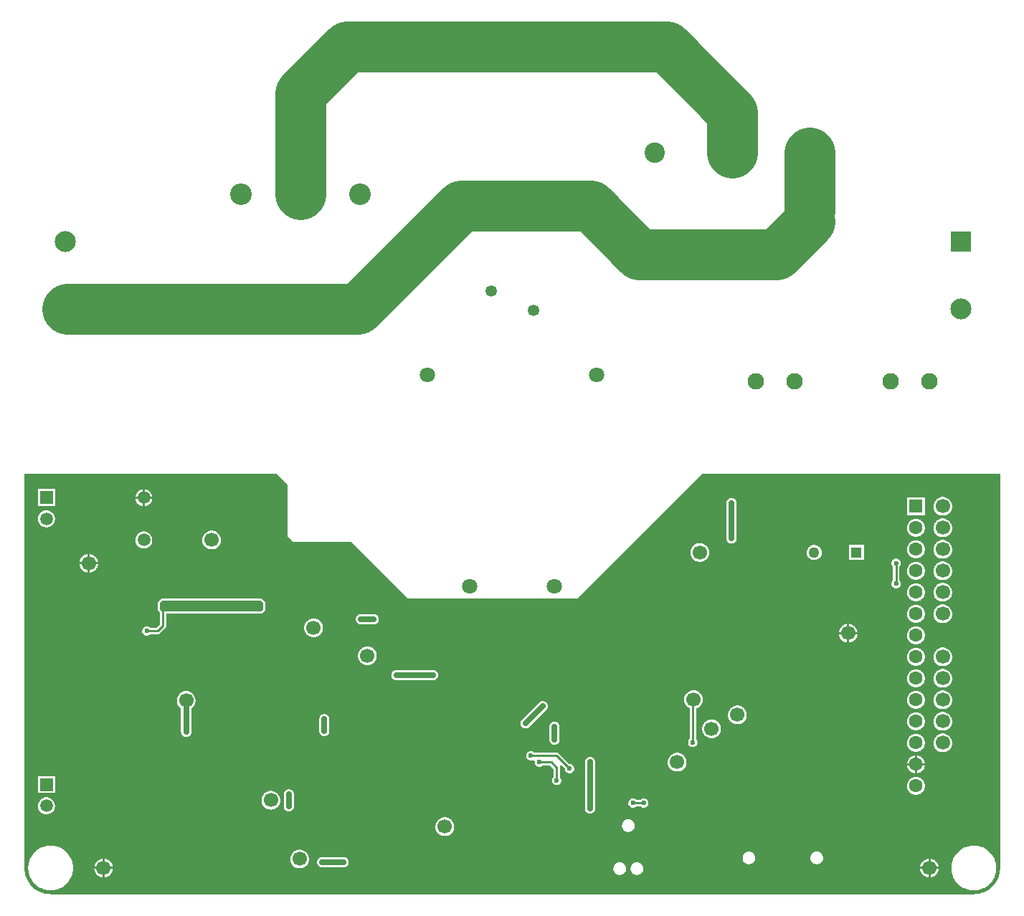
<source format=gbl>
G04*
G04 #@! TF.GenerationSoftware,Altium Limited,CircuitStudio,1.5.2 (30)*
G04*
G04 Layer_Physical_Order=2*
G04 Layer_Color=16711680*
%FSLAX44Y44*%
%MOMM*%
G71*
G01*
G75*
%ADD30C,0.2540*%
%ADD31C,0.7000*%
%ADD34C,6.0000*%
%ADD35C,1.7000*%
%ADD36C,1.9500*%
%ADD37C,2.4750*%
%ADD38R,2.4750X2.4750*%
%ADD39R,1.5000X1.5000*%
%ADD40C,1.5000*%
%ADD41C,1.3500*%
%ADD42C,2.5500*%
%ADD43C,2.4000*%
%ADD44C,1.8000*%
%ADD45R,1.6000X1.6000*%
%ADD46C,1.6000*%
%ADD47R,1.2750X1.2750*%
%ADD48C,1.2750*%
%ADD49C,0.6000*%
G36*
X534960Y1032680D02*
Y1017440D01*
Y971720D01*
X538770Y967910D01*
X541310Y965370D01*
X609890D01*
X628940Y946320D01*
X677200Y898060D01*
X876590Y898060D01*
X890560Y912030D01*
X1023910Y1045380D01*
X1375988D01*
Y580002D01*
X1375988Y580000D01*
X1375996Y579889D01*
X1375951Y578262D01*
X1375805Y576529D01*
X1375562Y574807D01*
X1375222Y573102D01*
X1374788Y571418D01*
X1374260Y569762D01*
X1373640Y568137D01*
X1372930Y566550D01*
X1372132Y565005D01*
X1371248Y563507D01*
X1370282Y562062D01*
X1369236Y560672D01*
X1368114Y559344D01*
X1366920Y558080D01*
X1365656Y556885D01*
X1364328Y555764D01*
X1362939Y554718D01*
X1361493Y553752D01*
X1359995Y552868D01*
X1358450Y552070D01*
X1356863Y551360D01*
X1355238Y550740D01*
X1353582Y550212D01*
X1351898Y549778D01*
X1350193Y549439D01*
X1348471Y549195D01*
X1346738Y549049D01*
X1345111Y549004D01*
X1345000Y549012D01*
X255000D01*
X254889Y549004D01*
X253262Y549049D01*
X251529Y549195D01*
X249807Y549439D01*
X248102Y549778D01*
X246418Y550212D01*
X244762Y550740D01*
X243137Y551360D01*
X241550Y552070D01*
X240005Y552868D01*
X238507Y553752D01*
X237062Y554718D01*
X235672Y555764D01*
X234344Y556885D01*
X233080Y558080D01*
X231886Y559344D01*
X230764Y560672D01*
X229718Y562062D01*
X228752Y563507D01*
X227868Y565005D01*
X227070Y566550D01*
X226360Y568137D01*
X225740Y569762D01*
X225212Y571418D01*
X224778Y573102D01*
X224438Y574807D01*
X224195Y576529D01*
X224049Y578262D01*
X224004Y579889D01*
X224012Y580000D01*
X224012Y580002D01*
Y1045380D01*
X522260Y1045380D01*
X534960Y1032680D01*
D02*
G37*
%LPC*%
G36*
X994700Y716070D02*
X993737Y716028D01*
X992781Y715903D01*
X991840Y715694D01*
X990920Y715404D01*
X990030Y715035D01*
X989175Y714590D01*
X988362Y714072D01*
X987597Y713485D01*
X986886Y712834D01*
X986235Y712123D01*
X985648Y711358D01*
X985130Y710545D01*
X984685Y709690D01*
X984316Y708800D01*
X984026Y707880D01*
X983817Y706939D01*
X983692Y705983D01*
X983650Y705020D01*
X983692Y704057D01*
X983817Y703101D01*
X984026Y702160D01*
X984316Y701240D01*
X984685Y700350D01*
X985130Y699495D01*
X985648Y698682D01*
X986235Y697917D01*
X986886Y697206D01*
X987597Y696555D01*
X988362Y695968D01*
X989175Y695450D01*
X990030Y695005D01*
X990920Y694636D01*
X991840Y694346D01*
X992781Y694137D01*
X993737Y694012D01*
X994700Y693969D01*
X995663Y694012D01*
X996619Y694137D01*
X997560Y694346D01*
X998480Y694636D01*
X999370Y695005D01*
X1000225Y695450D01*
X1001038Y695968D01*
X1001803Y696555D01*
X1002514Y697206D01*
X1003165Y697917D01*
X1003752Y698682D01*
X1004270Y699495D01*
X1004715Y700350D01*
X1005084Y701240D01*
X1005374Y702160D01*
X1005583Y703101D01*
X1005708Y704057D01*
X1005751Y705020D01*
X1005708Y705983D01*
X1005583Y706939D01*
X1005374Y707880D01*
X1005084Y708800D01*
X1004715Y709690D01*
X1004270Y710545D01*
X1003752Y711358D01*
X1003165Y712123D01*
X1002514Y712834D01*
X1001803Y713485D01*
X1001038Y714072D01*
X1000225Y714590D01*
X999370Y715035D01*
X998480Y715404D01*
X997560Y715694D01*
X996619Y715903D01*
X995663Y716028D01*
X994700Y716070D01*
D02*
G37*
G36*
X1275370Y701210D02*
X1266176D01*
X1266250Y700648D01*
X1266450Y699750D01*
X1266726Y698872D01*
X1267078Y698021D01*
X1267503Y697205D01*
X1267998Y696429D01*
X1268558Y695699D01*
X1269180Y695020D01*
X1269859Y694398D01*
X1270589Y693838D01*
X1271365Y693343D01*
X1272181Y692918D01*
X1273032Y692566D01*
X1273909Y692290D01*
X1274808Y692090D01*
X1275370Y692016D01*
Y701210D01*
D02*
G37*
G36*
Y712944D02*
X1274808Y712870D01*
X1273909Y712671D01*
X1273032Y712394D01*
X1272181Y712042D01*
X1271365Y711617D01*
X1270589Y711122D01*
X1269859Y710562D01*
X1269180Y709940D01*
X1268558Y709261D01*
X1267998Y708531D01*
X1267503Y707755D01*
X1267078Y706939D01*
X1266726Y706088D01*
X1266450Y705211D01*
X1266250Y704312D01*
X1266176Y703750D01*
X1275370D01*
Y712944D01*
D02*
G37*
G36*
X1308390Y738870D02*
X1307427Y738828D01*
X1306471Y738703D01*
X1305530Y738494D01*
X1304610Y738204D01*
X1303720Y737835D01*
X1302865Y737390D01*
X1302052Y736872D01*
X1301287Y736285D01*
X1300576Y735634D01*
X1299925Y734923D01*
X1299338Y734158D01*
X1298820Y733345D01*
X1298375Y732490D01*
X1298006Y731600D01*
X1297716Y730680D01*
X1297507Y729739D01*
X1297382Y728783D01*
X1297339Y727820D01*
X1297382Y726857D01*
X1297507Y725901D01*
X1297716Y724960D01*
X1298006Y724041D01*
X1298375Y723150D01*
X1298820Y722295D01*
X1299338Y721482D01*
X1299925Y720717D01*
X1300576Y720006D01*
X1301287Y719355D01*
X1302052Y718768D01*
X1302865Y718250D01*
X1303720Y717805D01*
X1304610Y717436D01*
X1305530Y717146D01*
X1306471Y716937D01*
X1307427Y716812D01*
X1308390Y716769D01*
X1309353Y716812D01*
X1310309Y716937D01*
X1311250Y717146D01*
X1312169Y717436D01*
X1313060Y717805D01*
X1313915Y718250D01*
X1314728Y718768D01*
X1315493Y719355D01*
X1316204Y720006D01*
X1316855Y720717D01*
X1317442Y721482D01*
X1317960Y722295D01*
X1318405Y723150D01*
X1318774Y724041D01*
X1319064Y724960D01*
X1319273Y725901D01*
X1319398Y726857D01*
X1319440Y727820D01*
X1319398Y728783D01*
X1319273Y729739D01*
X1319064Y730680D01*
X1318774Y731600D01*
X1318405Y732490D01*
X1317960Y733345D01*
X1317442Y734158D01*
X1316855Y734923D01*
X1316204Y735634D01*
X1315493Y736285D01*
X1314728Y736872D01*
X1313915Y737390D01*
X1313060Y737835D01*
X1312169Y738204D01*
X1311250Y738494D01*
X1310309Y738703D01*
X1309353Y738828D01*
X1308390Y738870D01*
D02*
G37*
G36*
X1277910Y712944D02*
Y703750D01*
X1287104D01*
X1287030Y704312D01*
X1286830Y705211D01*
X1286554Y706088D01*
X1286201Y706939D01*
X1285777Y707755D01*
X1285282Y708531D01*
X1284722Y709261D01*
X1284100Y709940D01*
X1283421Y710562D01*
X1282691Y711122D01*
X1281915Y711617D01*
X1281099Y712042D01*
X1280248Y712394D01*
X1279370Y712671D01*
X1278472Y712870D01*
X1277910Y712944D01*
D02*
G37*
G36*
X1276640Y687630D02*
X1275721Y687590D01*
X1274808Y687470D01*
X1273909Y687271D01*
X1273032Y686994D01*
X1272181Y686642D01*
X1271365Y686217D01*
X1270589Y685722D01*
X1269859Y685162D01*
X1269180Y684540D01*
X1268558Y683861D01*
X1267998Y683131D01*
X1267503Y682355D01*
X1267078Y681539D01*
X1266726Y680688D01*
X1266450Y679811D01*
X1266250Y678912D01*
X1266130Y677999D01*
X1266090Y677080D01*
X1266130Y676161D01*
X1266250Y675248D01*
X1266450Y674350D01*
X1266726Y673472D01*
X1267078Y672621D01*
X1267503Y671805D01*
X1267998Y671029D01*
X1268558Y670299D01*
X1269180Y669620D01*
X1269859Y668998D01*
X1270589Y668438D01*
X1271365Y667943D01*
X1272181Y667518D01*
X1273032Y667166D01*
X1273909Y666889D01*
X1274808Y666690D01*
X1275721Y666570D01*
X1276640Y666530D01*
X1277560Y666570D01*
X1278472Y666690D01*
X1279370Y666889D01*
X1280248Y667166D01*
X1281099Y667518D01*
X1281915Y667943D01*
X1282691Y668438D01*
X1283421Y668998D01*
X1284100Y669620D01*
X1284722Y670299D01*
X1285282Y671029D01*
X1285777Y671805D01*
X1286201Y672621D01*
X1286554Y673472D01*
X1286830Y674350D01*
X1287030Y675248D01*
X1287150Y676161D01*
X1287190Y677080D01*
X1287150Y677999D01*
X1287030Y678912D01*
X1286830Y679811D01*
X1286554Y680688D01*
X1286201Y681539D01*
X1285777Y682355D01*
X1285282Y683131D01*
X1284722Y683861D01*
X1284100Y684540D01*
X1283421Y685162D01*
X1282691Y685722D01*
X1281915Y686217D01*
X1281099Y686642D01*
X1280248Y686994D01*
X1279370Y687271D01*
X1278472Y687470D01*
X1277560Y687590D01*
X1276640Y687630D01*
D02*
G37*
G36*
X955330Y662312D02*
X954605Y662264D01*
X953893Y662123D01*
X953205Y661889D01*
X952554Y661568D01*
X951950Y661165D01*
X951404Y660686D01*
X951313Y660582D01*
X946647D01*
X946556Y660686D01*
X946010Y661165D01*
X945406Y661568D01*
X944755Y661889D01*
X944067Y662123D01*
X943355Y662264D01*
X942630Y662312D01*
X941905Y662264D01*
X941193Y662123D01*
X940505Y661889D01*
X939854Y661568D01*
X939250Y661165D01*
X938704Y660686D01*
X938225Y660140D01*
X937822Y659536D01*
X937501Y658885D01*
X937267Y658197D01*
X937126Y657485D01*
X937078Y656760D01*
X937126Y656035D01*
X937267Y655323D01*
X937501Y654635D01*
X937822Y653984D01*
X938225Y653380D01*
X938704Y652834D01*
X939250Y652355D01*
X939854Y651952D01*
X940505Y651631D01*
X941193Y651397D01*
X941905Y651256D01*
X942630Y651208D01*
X943355Y651256D01*
X944067Y651397D01*
X944755Y651631D01*
X945406Y651952D01*
X946010Y652355D01*
X946556Y652834D01*
X946647Y652938D01*
X951313D01*
X951404Y652834D01*
X951950Y652355D01*
X952554Y651952D01*
X953205Y651631D01*
X953893Y651397D01*
X954605Y651256D01*
X955330Y651208D01*
X956055Y651256D01*
X956767Y651397D01*
X957455Y651631D01*
X958106Y651952D01*
X958710Y652355D01*
X959256Y652834D01*
X959735Y653380D01*
X960138Y653984D01*
X960459Y654635D01*
X960693Y655323D01*
X960834Y656035D01*
X960882Y656760D01*
X960834Y657485D01*
X960693Y658197D01*
X960459Y658885D01*
X960138Y659536D01*
X959735Y660140D01*
X959256Y660686D01*
X958710Y661165D01*
X958106Y661568D01*
X957455Y661889D01*
X956767Y662123D01*
X956055Y662264D01*
X955330Y662312D01*
D02*
G37*
G36*
X260040Y688540D02*
X239960D01*
Y668460D01*
X260040D01*
Y688540D01*
D02*
G37*
G36*
X1287104Y701210D02*
X1277910D01*
Y692016D01*
X1278472Y692090D01*
X1279370Y692290D01*
X1280248Y692566D01*
X1281099Y692918D01*
X1281915Y693343D01*
X1282691Y693838D01*
X1283421Y694398D01*
X1284100Y695020D01*
X1284722Y695699D01*
X1285282Y696429D01*
X1285777Y697205D01*
X1286201Y698021D01*
X1286554Y698872D01*
X1286830Y699750D01*
X1287030Y700648D01*
X1287104Y701210D01*
D02*
G37*
G36*
X821980Y718192D02*
X821255Y718144D01*
X820543Y718003D01*
X819855Y717769D01*
X819204Y717448D01*
X818600Y717045D01*
X818054Y716566D01*
X817575Y716020D01*
X817172Y715416D01*
X816851Y714765D01*
X816617Y714077D01*
X816476Y713365D01*
X816428Y712640D01*
X816476Y711915D01*
X816617Y711203D01*
X816851Y710515D01*
X817172Y709864D01*
X817575Y709260D01*
X818054Y708714D01*
X818600Y708235D01*
X819204Y707832D01*
X819855Y707511D01*
X820543Y707277D01*
X821255Y707136D01*
X821980Y707088D01*
X822705Y707136D01*
X823417Y707277D01*
X824105Y707511D01*
X824523Y707717D01*
X825693Y707181D01*
X826702Y706077D01*
X826636Y705745D01*
X826588Y705020D01*
X826636Y704295D01*
X826777Y703583D01*
X827011Y702895D01*
X827332Y702244D01*
X827735Y701640D01*
X828214Y701094D01*
X828760Y700615D01*
X829364Y700212D01*
X830015Y699891D01*
X830703Y699657D01*
X831415Y699516D01*
X832140Y699468D01*
X832865Y699516D01*
X833577Y699657D01*
X834265Y699891D01*
X834916Y700212D01*
X835520Y700615D01*
X836066Y701094D01*
X836157Y701198D01*
X844527D01*
X848638Y697087D01*
Y687447D01*
X848534Y687356D01*
X848055Y686810D01*
X847652Y686206D01*
X847331Y685555D01*
X847097Y684867D01*
X846956Y684155D01*
X846908Y683430D01*
X846956Y682705D01*
X847097Y681993D01*
X847331Y681305D01*
X847652Y680654D01*
X848055Y680050D01*
X848534Y679504D01*
X849080Y679025D01*
X849684Y678622D01*
X850335Y678301D01*
X851023Y678067D01*
X851735Y677926D01*
X852460Y677878D01*
X853185Y677926D01*
X853897Y678067D01*
X854585Y678301D01*
X855236Y678622D01*
X855840Y679025D01*
X856386Y679504D01*
X856865Y680050D01*
X857268Y680654D01*
X857589Y681305D01*
X857823Y681993D01*
X857964Y682705D01*
X858012Y683430D01*
X857964Y684155D01*
X857823Y684867D01*
X857589Y685555D01*
X857268Y686206D01*
X856865Y686810D01*
X856386Y687356D01*
X856282Y687447D01*
Y698670D01*
X856235Y699268D01*
X856095Y699851D01*
X855932Y700243D01*
X855865Y700405D01*
X858044Y701652D01*
X862157Y697538D01*
X862148Y697400D01*
X862196Y696675D01*
X862337Y695963D01*
X862571Y695275D01*
X862892Y694624D01*
X863295Y694020D01*
X863774Y693474D01*
X864320Y692995D01*
X864924Y692592D01*
X865575Y692271D01*
X866263Y692037D01*
X866975Y691896D01*
X867700Y691848D01*
X868425Y691896D01*
X869137Y692037D01*
X869825Y692271D01*
X870476Y692592D01*
X871080Y692995D01*
X871626Y693474D01*
X872105Y694020D01*
X872508Y694624D01*
X872829Y695275D01*
X873063Y695963D01*
X873204Y696675D01*
X873252Y697400D01*
X873204Y698125D01*
X873063Y698837D01*
X872829Y699525D01*
X872508Y700176D01*
X872105Y700780D01*
X871626Y701326D01*
X871080Y701805D01*
X870476Y702208D01*
X869825Y702529D01*
X869137Y702763D01*
X868425Y702904D01*
X867700Y702952D01*
X867562Y702943D01*
X855162Y715342D01*
X854706Y715732D01*
X854195Y716045D01*
X853918Y716160D01*
X853641Y716275D01*
X853058Y716415D01*
X852460Y716462D01*
X825997D01*
X825906Y716566D01*
X825360Y717045D01*
X824756Y717448D01*
X824105Y717769D01*
X823417Y718003D01*
X822705Y718144D01*
X821980Y718192D01*
D02*
G37*
G36*
X1276640Y738430D02*
X1275721Y738390D01*
X1274808Y738270D01*
X1273909Y738071D01*
X1273032Y737794D01*
X1272181Y737442D01*
X1271365Y737017D01*
X1270589Y736522D01*
X1269859Y735962D01*
X1269180Y735340D01*
X1268558Y734661D01*
X1267998Y733931D01*
X1267503Y733155D01*
X1267078Y732339D01*
X1266726Y731488D01*
X1266450Y730611D01*
X1266250Y729712D01*
X1266130Y728800D01*
X1266090Y727880D01*
X1266130Y726961D01*
X1266250Y726048D01*
X1266450Y725150D01*
X1266726Y724272D01*
X1267078Y723421D01*
X1267503Y722605D01*
X1267998Y721829D01*
X1268558Y721099D01*
X1269180Y720420D01*
X1269859Y719798D01*
X1270589Y719238D01*
X1271365Y718743D01*
X1272181Y718318D01*
X1273032Y717966D01*
X1273909Y717690D01*
X1274808Y717490D01*
X1275721Y717370D01*
X1276640Y717330D01*
X1277560Y717370D01*
X1278472Y717490D01*
X1279370Y717690D01*
X1280248Y717966D01*
X1281099Y718318D01*
X1281915Y718743D01*
X1282691Y719238D01*
X1283421Y719798D01*
X1284100Y720420D01*
X1284722Y721099D01*
X1285282Y721829D01*
X1285777Y722605D01*
X1286201Y723421D01*
X1286554Y724272D01*
X1286830Y725150D01*
X1287030Y726048D01*
X1287150Y726961D01*
X1287190Y727880D01*
X1287150Y728800D01*
X1287030Y729712D01*
X1286830Y730611D01*
X1286554Y731488D01*
X1286201Y732339D01*
X1285777Y733155D01*
X1285282Y733931D01*
X1284722Y734661D01*
X1284100Y735340D01*
X1283421Y735962D01*
X1282691Y736522D01*
X1281915Y737017D01*
X1281099Y737442D01*
X1280248Y737794D01*
X1279370Y738071D01*
X1278472Y738270D01*
X1277560Y738390D01*
X1276640Y738430D01*
D02*
G37*
G36*
Y763830D02*
X1275721Y763790D01*
X1274808Y763670D01*
X1273909Y763471D01*
X1273032Y763194D01*
X1272181Y762842D01*
X1271365Y762417D01*
X1270589Y761922D01*
X1269859Y761362D01*
X1269180Y760740D01*
X1268558Y760061D01*
X1267998Y759331D01*
X1267503Y758555D01*
X1267078Y757739D01*
X1266726Y756888D01*
X1266450Y756011D01*
X1266250Y755112D01*
X1266130Y754200D01*
X1266090Y753280D01*
X1266130Y752361D01*
X1266250Y751448D01*
X1266450Y750549D01*
X1266726Y749672D01*
X1267078Y748821D01*
X1267503Y748005D01*
X1267998Y747229D01*
X1268558Y746499D01*
X1269180Y745820D01*
X1269859Y745198D01*
X1270589Y744638D01*
X1271365Y744143D01*
X1272181Y743718D01*
X1273032Y743366D01*
X1273909Y743090D01*
X1274808Y742890D01*
X1275721Y742770D01*
X1276640Y742730D01*
X1277560Y742770D01*
X1278472Y742890D01*
X1279370Y743090D01*
X1280248Y743366D01*
X1281099Y743718D01*
X1281915Y744143D01*
X1282691Y744638D01*
X1283421Y745198D01*
X1284100Y745820D01*
X1284722Y746499D01*
X1285282Y747229D01*
X1285777Y748005D01*
X1286201Y748821D01*
X1286554Y749672D01*
X1286830Y750549D01*
X1287030Y751448D01*
X1287150Y752361D01*
X1287190Y753280D01*
X1287150Y754200D01*
X1287030Y755112D01*
X1286830Y756011D01*
X1286554Y756888D01*
X1286201Y757739D01*
X1285777Y758555D01*
X1285282Y759331D01*
X1284722Y760061D01*
X1284100Y760740D01*
X1283421Y761362D01*
X1282691Y761922D01*
X1281915Y762417D01*
X1281099Y762842D01*
X1280248Y763194D01*
X1279370Y763471D01*
X1278472Y763670D01*
X1277560Y763790D01*
X1276640Y763830D01*
D02*
G37*
G36*
X1308390Y764270D02*
X1307427Y764228D01*
X1306471Y764103D01*
X1305530Y763894D01*
X1304610Y763604D01*
X1303720Y763235D01*
X1302865Y762790D01*
X1302052Y762272D01*
X1301287Y761685D01*
X1300576Y761034D01*
X1299925Y760323D01*
X1299338Y759558D01*
X1298820Y758745D01*
X1298375Y757890D01*
X1298006Y757000D01*
X1297716Y756080D01*
X1297507Y755139D01*
X1297382Y754183D01*
X1297339Y753220D01*
X1297382Y752257D01*
X1297507Y751301D01*
X1297716Y750360D01*
X1298006Y749441D01*
X1298375Y748550D01*
X1298820Y747695D01*
X1299338Y746882D01*
X1299925Y746117D01*
X1300576Y745406D01*
X1301287Y744755D01*
X1302052Y744168D01*
X1302865Y743650D01*
X1303720Y743205D01*
X1304610Y742836D01*
X1305530Y742546D01*
X1306471Y742337D01*
X1307427Y742212D01*
X1308390Y742169D01*
X1309353Y742212D01*
X1310309Y742337D01*
X1311250Y742546D01*
X1312169Y742836D01*
X1313060Y743205D01*
X1313915Y743650D01*
X1314728Y744168D01*
X1315493Y744755D01*
X1316204Y745406D01*
X1316855Y746117D01*
X1317442Y746882D01*
X1317960Y747695D01*
X1318405Y748550D01*
X1318774Y749441D01*
X1319064Y750360D01*
X1319273Y751301D01*
X1319398Y752257D01*
X1319440Y753220D01*
X1319398Y754183D01*
X1319273Y755139D01*
X1319064Y756080D01*
X1318774Y757000D01*
X1318405Y757890D01*
X1317960Y758745D01*
X1317442Y759558D01*
X1316855Y760323D01*
X1316204Y761034D01*
X1315493Y761685D01*
X1314728Y762272D01*
X1313915Y762790D01*
X1313060Y763235D01*
X1312169Y763604D01*
X1311250Y763894D01*
X1310309Y764103D01*
X1309353Y764228D01*
X1308390Y764270D01*
D02*
G37*
G36*
X835950Y777110D02*
X835273Y777072D01*
X834604Y776958D01*
X833952Y776770D01*
X833325Y776510D01*
X832731Y776182D01*
X832178Y775790D01*
X831672Y775338D01*
X811352Y755018D01*
X810900Y754512D01*
X810508Y753959D01*
X810180Y753365D01*
X809920Y752738D01*
X809732Y752086D01*
X809619Y751417D01*
X809580Y750740D01*
X809619Y750063D01*
X809732Y749394D01*
X809920Y748742D01*
X810180Y748115D01*
X810508Y747522D01*
X810900Y746968D01*
X811352Y746462D01*
X811858Y746010D01*
X812411Y745618D01*
X813005Y745290D01*
X813632Y745030D01*
X814284Y744842D01*
X814953Y744728D01*
X815630Y744690D01*
X816307Y744728D01*
X816976Y744842D01*
X817628Y745030D01*
X818255Y745290D01*
X818848Y745618D01*
X819402Y746010D01*
X819908Y746462D01*
X840228Y766782D01*
X840680Y767288D01*
X841072Y767841D01*
X841400Y768435D01*
X841660Y769062D01*
X841848Y769714D01*
X841962Y770383D01*
X842000Y771060D01*
X841962Y771737D01*
X841848Y772406D01*
X841660Y773058D01*
X841400Y773685D01*
X841072Y774278D01*
X840680Y774832D01*
X840228Y775338D01*
X839722Y775790D01*
X839168Y776182D01*
X838575Y776510D01*
X837948Y776770D01*
X837296Y776958D01*
X836627Y777072D01*
X835950Y777110D01*
D02*
G37*
G36*
X1308390Y789670D02*
X1307427Y789628D01*
X1306471Y789503D01*
X1305530Y789294D01*
X1304610Y789004D01*
X1303720Y788635D01*
X1302865Y788190D01*
X1302052Y787672D01*
X1301287Y787085D01*
X1300576Y786434D01*
X1299925Y785723D01*
X1299338Y784958D01*
X1298820Y784145D01*
X1298375Y783290D01*
X1298006Y782400D01*
X1297716Y781480D01*
X1297507Y780539D01*
X1297382Y779583D01*
X1297339Y778620D01*
X1297382Y777657D01*
X1297507Y776701D01*
X1297716Y775760D01*
X1298006Y774840D01*
X1298375Y773950D01*
X1298820Y773095D01*
X1299338Y772282D01*
X1299925Y771517D01*
X1300576Y770806D01*
X1301287Y770155D01*
X1302052Y769568D01*
X1302865Y769050D01*
X1303720Y768605D01*
X1304610Y768236D01*
X1305530Y767946D01*
X1306471Y767737D01*
X1307427Y767611D01*
X1308390Y767570D01*
X1309353Y767611D01*
X1310309Y767737D01*
X1311250Y767946D01*
X1312169Y768236D01*
X1313060Y768605D01*
X1313915Y769050D01*
X1314728Y769568D01*
X1315493Y770155D01*
X1316204Y770806D01*
X1316855Y771517D01*
X1317442Y772282D01*
X1317960Y773095D01*
X1318405Y773950D01*
X1318774Y774840D01*
X1319064Y775760D01*
X1319273Y776701D01*
X1319398Y777657D01*
X1319440Y778620D01*
X1319398Y779583D01*
X1319273Y780539D01*
X1319064Y781480D01*
X1318774Y782400D01*
X1318405Y783290D01*
X1317960Y784145D01*
X1317442Y784958D01*
X1316855Y785723D01*
X1316204Y786434D01*
X1315493Y787085D01*
X1314728Y787672D01*
X1313915Y788190D01*
X1313060Y788635D01*
X1312169Y789004D01*
X1311250Y789294D01*
X1310309Y789503D01*
X1309353Y789628D01*
X1308390Y789670D01*
D02*
G37*
G36*
X1065820Y771951D02*
X1064857Y771908D01*
X1063901Y771783D01*
X1062960Y771574D01*
X1062040Y771284D01*
X1061150Y770915D01*
X1060295Y770470D01*
X1059482Y769952D01*
X1058717Y769365D01*
X1058006Y768714D01*
X1057355Y768003D01*
X1056768Y767238D01*
X1056250Y766425D01*
X1055805Y765570D01*
X1055436Y764679D01*
X1055146Y763760D01*
X1054937Y762819D01*
X1054812Y761863D01*
X1054770Y760900D01*
X1054812Y759937D01*
X1054937Y758981D01*
X1055146Y758040D01*
X1055436Y757121D01*
X1055805Y756230D01*
X1056250Y755375D01*
X1056768Y754562D01*
X1057355Y753797D01*
X1058006Y753086D01*
X1058717Y752435D01*
X1059482Y751848D01*
X1060295Y751330D01*
X1061150Y750885D01*
X1062040Y750516D01*
X1062960Y750226D01*
X1063901Y750017D01*
X1064857Y749892D01*
X1065820Y749849D01*
X1066783Y749892D01*
X1067739Y750017D01*
X1068680Y750226D01*
X1069600Y750516D01*
X1070490Y750885D01*
X1071345Y751330D01*
X1072158Y751848D01*
X1072923Y752435D01*
X1073634Y753086D01*
X1074285Y753797D01*
X1074872Y754562D01*
X1075390Y755375D01*
X1075835Y756230D01*
X1076204Y757121D01*
X1076494Y758040D01*
X1076703Y758981D01*
X1076828Y759937D01*
X1076870Y760900D01*
X1076828Y761863D01*
X1076703Y762819D01*
X1076494Y763760D01*
X1076204Y764679D01*
X1075835Y765570D01*
X1075390Y766425D01*
X1074872Y767238D01*
X1074285Y768003D01*
X1073634Y768714D01*
X1072923Y769365D01*
X1072158Y769952D01*
X1071345Y770470D01*
X1070490Y770915D01*
X1069600Y771284D01*
X1068680Y771574D01*
X1067739Y771783D01*
X1066783Y771908D01*
X1065820Y771951D01*
D02*
G37*
G36*
X849920Y752980D02*
X849243Y752942D01*
X848574Y752828D01*
X847922Y752640D01*
X847295Y752380D01*
X846702Y752052D01*
X846148Y751660D01*
X845642Y751208D01*
X845190Y750702D01*
X844798Y750148D01*
X844470Y749555D01*
X844210Y748928D01*
X844022Y748276D01*
X843908Y747607D01*
X843870Y746930D01*
Y731690D01*
X843908Y731013D01*
X844022Y730344D01*
X844210Y729692D01*
X844470Y729065D01*
X844798Y728472D01*
X845190Y727918D01*
X845642Y727412D01*
X846148Y726960D01*
X846702Y726568D01*
X847295Y726240D01*
X847922Y725980D01*
X848574Y725792D01*
X849243Y725678D01*
X849920Y725640D01*
X850597Y725678D01*
X851266Y725792D01*
X851918Y725980D01*
X852545Y726240D01*
X853139Y726568D01*
X853692Y726960D01*
X854198Y727412D01*
X854650Y727918D01*
X855042Y728472D01*
X855370Y729065D01*
X855630Y729692D01*
X855818Y730344D01*
X855931Y731013D01*
X855969Y731690D01*
Y746930D01*
X855931Y747607D01*
X855818Y748276D01*
X855630Y748928D01*
X855370Y749555D01*
X855042Y750148D01*
X854650Y750702D01*
X854198Y751208D01*
X853692Y751660D01*
X853139Y752052D01*
X852545Y752380D01*
X851918Y752640D01*
X851266Y752828D01*
X850597Y752942D01*
X849920Y752980D01*
D02*
G37*
G36*
X1014000Y790051D02*
X1013037Y790008D01*
X1012081Y789883D01*
X1011140Y789674D01*
X1010220Y789384D01*
X1009330Y789015D01*
X1008475Y788570D01*
X1007662Y788052D01*
X1006897Y787465D01*
X1006186Y786814D01*
X1005535Y786103D01*
X1004948Y785338D01*
X1004430Y784525D01*
X1003985Y783670D01*
X1003616Y782779D01*
X1003326Y781860D01*
X1003117Y780919D01*
X1002992Y779963D01*
X1002950Y779000D01*
X1002992Y778037D01*
X1003117Y777081D01*
X1003326Y776140D01*
X1003616Y775220D01*
X1003985Y774330D01*
X1004430Y773475D01*
X1004948Y772662D01*
X1005535Y771897D01*
X1006186Y771186D01*
X1006897Y770535D01*
X1007662Y769948D01*
X1008475Y769430D01*
X1009308Y768996D01*
Y732517D01*
X1009204Y732426D01*
X1008725Y731880D01*
X1008322Y731276D01*
X1008001Y730625D01*
X1007767Y729937D01*
X1007626Y729225D01*
X1007578Y728500D01*
X1007626Y727775D01*
X1007767Y727063D01*
X1008001Y726376D01*
X1008322Y725724D01*
X1008725Y725120D01*
X1009204Y724574D01*
X1009750Y724096D01*
X1010354Y723692D01*
X1011005Y723371D01*
X1011693Y723137D01*
X1012405Y722996D01*
X1013130Y722948D01*
X1013855Y722996D01*
X1014567Y723137D01*
X1015255Y723371D01*
X1015906Y723692D01*
X1016510Y724096D01*
X1017056Y724574D01*
X1017534Y725120D01*
X1017938Y725724D01*
X1018259Y726376D01*
X1018493Y727063D01*
X1018634Y727775D01*
X1018682Y728500D01*
X1018634Y729225D01*
X1018493Y729937D01*
X1018259Y730625D01*
X1017938Y731276D01*
X1017534Y731880D01*
X1017056Y732426D01*
X1016952Y732517D01*
Y768355D01*
X1017779Y768616D01*
X1018670Y768985D01*
X1019525Y769430D01*
X1020338Y769948D01*
X1021103Y770535D01*
X1021814Y771186D01*
X1022465Y771897D01*
X1023052Y772662D01*
X1023570Y773475D01*
X1024015Y774330D01*
X1024384Y775220D01*
X1024674Y776140D01*
X1024883Y777081D01*
X1025008Y778037D01*
X1025051Y779000D01*
X1025008Y779963D01*
X1024883Y780919D01*
X1024674Y781860D01*
X1024384Y782779D01*
X1024015Y783670D01*
X1023570Y784525D01*
X1023052Y785338D01*
X1022465Y786103D01*
X1021814Y786814D01*
X1021103Y787465D01*
X1020338Y788052D01*
X1019525Y788570D01*
X1018670Y789015D01*
X1017779Y789384D01*
X1016860Y789674D01*
X1015919Y789883D01*
X1014963Y790008D01*
X1014000Y790051D01*
D02*
G37*
G36*
X1035340Y755551D02*
X1034377Y755508D01*
X1033421Y755383D01*
X1032480Y755174D01*
X1031561Y754884D01*
X1030670Y754515D01*
X1029815Y754070D01*
X1029002Y753552D01*
X1028237Y752965D01*
X1027526Y752314D01*
X1026875Y751603D01*
X1026288Y750838D01*
X1025770Y750025D01*
X1025325Y749170D01*
X1024956Y748279D01*
X1024666Y747360D01*
X1024457Y746419D01*
X1024332Y745463D01*
X1024289Y744500D01*
X1024332Y743537D01*
X1024457Y742581D01*
X1024666Y741640D01*
X1024956Y740721D01*
X1025325Y739830D01*
X1025770Y738975D01*
X1026288Y738162D01*
X1026875Y737397D01*
X1027526Y736686D01*
X1028237Y736035D01*
X1029002Y735448D01*
X1029815Y734930D01*
X1030670Y734485D01*
X1031561Y734116D01*
X1032480Y733826D01*
X1033421Y733617D01*
X1034377Y733492D01*
X1035340Y733449D01*
X1036303Y733492D01*
X1037259Y733617D01*
X1038200Y733826D01*
X1039119Y734116D01*
X1040010Y734485D01*
X1040865Y734930D01*
X1041678Y735448D01*
X1042443Y736035D01*
X1043154Y736686D01*
X1043805Y737397D01*
X1044392Y738162D01*
X1044910Y738975D01*
X1045355Y739830D01*
X1045724Y740721D01*
X1046014Y741640D01*
X1046223Y742581D01*
X1046348Y743537D01*
X1046391Y744500D01*
X1046348Y745463D01*
X1046223Y746419D01*
X1046014Y747360D01*
X1045724Y748279D01*
X1045355Y749170D01*
X1044910Y750025D01*
X1044392Y750838D01*
X1043805Y751603D01*
X1043154Y752314D01*
X1042443Y752965D01*
X1041678Y753552D01*
X1040865Y754070D01*
X1040010Y754515D01*
X1039119Y754884D01*
X1038200Y755174D01*
X1037259Y755383D01*
X1036303Y755508D01*
X1035340Y755551D01*
D02*
G37*
G36*
X578140Y761870D02*
X577463Y761832D01*
X576794Y761718D01*
X576142Y761530D01*
X575515Y761270D01*
X574921Y760942D01*
X574368Y760550D01*
X573862Y760098D01*
X573410Y759592D01*
X573018Y759038D01*
X572690Y758445D01*
X572430Y757818D01*
X572242Y757166D01*
X572128Y756497D01*
X572090Y755820D01*
Y741850D01*
X572128Y741173D01*
X572242Y740504D01*
X572430Y739852D01*
X572690Y739225D01*
X573018Y738632D01*
X573410Y738078D01*
X573862Y737572D01*
X574368Y737120D01*
X574921Y736728D01*
X575515Y736400D01*
X576142Y736140D01*
X576794Y735952D01*
X577463Y735838D01*
X578140Y735800D01*
X578817Y735838D01*
X579486Y735952D01*
X580138Y736140D01*
X580765Y736400D01*
X581358Y736728D01*
X581912Y737120D01*
X582418Y737572D01*
X582870Y738078D01*
X583262Y738632D01*
X583590Y739225D01*
X583850Y739852D01*
X584038Y740504D01*
X584151Y741173D01*
X584189Y741850D01*
Y755820D01*
X584151Y756497D01*
X584038Y757166D01*
X583850Y757818D01*
X583590Y758445D01*
X583262Y759038D01*
X582870Y759592D01*
X582418Y760098D01*
X581912Y760550D01*
X581358Y760942D01*
X580765Y761270D01*
X580138Y761530D01*
X579486Y761718D01*
X578817Y761832D01*
X578140Y761870D01*
D02*
G37*
G36*
X415000Y789051D02*
X414037Y789008D01*
X413081Y788883D01*
X412140Y788674D01*
X411221Y788384D01*
X410330Y788015D01*
X409475Y787570D01*
X408662Y787052D01*
X407897Y786465D01*
X407186Y785814D01*
X406535Y785103D01*
X405948Y784338D01*
X405430Y783525D01*
X404985Y782670D01*
X404616Y781779D01*
X404326Y780860D01*
X404117Y779919D01*
X403992Y778963D01*
X403950Y778000D01*
X403992Y777037D01*
X404117Y776081D01*
X404326Y775140D01*
X404616Y774221D01*
X404985Y773330D01*
X405430Y772475D01*
X405948Y771662D01*
X406535Y770897D01*
X407186Y770186D01*
X407897Y769535D01*
X408662Y768948D01*
X408951Y768764D01*
Y740580D01*
X408988Y739903D01*
X409102Y739234D01*
X409290Y738582D01*
X409549Y737955D01*
X409878Y737362D01*
X410270Y736808D01*
X410722Y736302D01*
X411228Y735850D01*
X411781Y735458D01*
X412375Y735130D01*
X413002Y734870D01*
X413654Y734682D01*
X414323Y734568D01*
X415000Y734530D01*
X415677Y734568D01*
X416346Y734682D01*
X416998Y734870D01*
X417625Y735130D01*
X418218Y735458D01*
X418772Y735850D01*
X419278Y736302D01*
X419730Y736808D01*
X420122Y737362D01*
X420450Y737955D01*
X420710Y738582D01*
X420898Y739234D01*
X421012Y739903D01*
X421049Y740580D01*
Y768764D01*
X421338Y768948D01*
X422103Y769535D01*
X422814Y770186D01*
X423465Y770897D01*
X424052Y771662D01*
X424570Y772475D01*
X425015Y773330D01*
X425384Y774221D01*
X425674Y775140D01*
X425883Y776081D01*
X426008Y777037D01*
X426050Y778000D01*
X426008Y778963D01*
X425883Y779919D01*
X425674Y780860D01*
X425384Y781779D01*
X425015Y782670D01*
X424570Y783525D01*
X424052Y784338D01*
X423465Y785103D01*
X422814Y785814D01*
X422103Y786465D01*
X421338Y787052D01*
X420525Y787570D01*
X419670Y788015D01*
X418779Y788384D01*
X417860Y788674D01*
X416919Y788883D01*
X415963Y789008D01*
X415000Y789051D01*
D02*
G37*
G36*
X515000Y671050D02*
X514037Y671008D01*
X513081Y670883D01*
X512140Y670674D01*
X511221Y670384D01*
X510330Y670015D01*
X509475Y669570D01*
X508662Y669052D01*
X507897Y668465D01*
X507186Y667814D01*
X506535Y667103D01*
X505948Y666338D01*
X505430Y665525D01*
X504985Y664670D01*
X504616Y663780D01*
X504326Y662860D01*
X504117Y661919D01*
X503992Y660963D01*
X503950Y660000D01*
X503992Y659037D01*
X504117Y658081D01*
X504326Y657140D01*
X504616Y656220D01*
X504985Y655330D01*
X505430Y654475D01*
X505948Y653662D01*
X506535Y652897D01*
X507186Y652186D01*
X507897Y651535D01*
X508662Y650948D01*
X509475Y650430D01*
X510330Y649985D01*
X511221Y649616D01*
X512140Y649326D01*
X513081Y649117D01*
X514037Y648992D01*
X515000Y648950D01*
X515963Y648992D01*
X516919Y649117D01*
X517860Y649326D01*
X518779Y649616D01*
X519670Y649985D01*
X520525Y650430D01*
X521338Y650948D01*
X522103Y651535D01*
X522814Y652186D01*
X523465Y652897D01*
X524052Y653662D01*
X524570Y654475D01*
X525015Y655330D01*
X525384Y656220D01*
X525674Y657140D01*
X525883Y658081D01*
X526008Y659037D01*
X526050Y660000D01*
X526008Y660963D01*
X525883Y661919D01*
X525674Y662860D01*
X525384Y663780D01*
X525015Y664670D01*
X524570Y665525D01*
X524052Y666338D01*
X523465Y667103D01*
X522814Y667814D01*
X522103Y668465D01*
X521338Y669052D01*
X520525Y669570D01*
X519670Y670015D01*
X518779Y670384D01*
X517860Y670674D01*
X516919Y670883D01*
X515963Y671008D01*
X515000Y671050D01*
D02*
G37*
G36*
X926840Y586805D02*
X926000Y586758D01*
X925170Y586617D01*
X924361Y586384D01*
X923584Y586062D01*
X922847Y585654D01*
X922161Y585168D01*
X921533Y584607D01*
X920973Y583979D01*
X920486Y583293D01*
X920078Y582556D01*
X919756Y581779D01*
X919523Y580970D01*
X919382Y580140D01*
X919335Y579300D01*
X919382Y578460D01*
X919523Y577630D01*
X919756Y576821D01*
X920078Y576044D01*
X920486Y575307D01*
X920973Y574621D01*
X921533Y573993D01*
X922161Y573433D01*
X922847Y572946D01*
X923584Y572538D01*
X924361Y572216D01*
X925170Y571983D01*
X926000Y571842D01*
X926840Y571795D01*
X927680Y571842D01*
X928510Y571983D01*
X929319Y572216D01*
X930096Y572538D01*
X930833Y572946D01*
X931519Y573433D01*
X932147Y573993D01*
X932708Y574621D01*
X933195Y575307D01*
X933602Y576044D01*
X933924Y576821D01*
X934157Y577630D01*
X934298Y578460D01*
X934345Y579300D01*
X934298Y580140D01*
X934157Y580970D01*
X933924Y581779D01*
X933602Y582556D01*
X933195Y583293D01*
X932708Y583979D01*
X932147Y584607D01*
X931519Y585168D01*
X930833Y585654D01*
X930096Y586062D01*
X929319Y586384D01*
X928510Y586617D01*
X927680Y586758D01*
X926840Y586805D01*
D02*
G37*
G36*
X1291230Y578730D02*
X1281532D01*
X1281617Y578081D01*
X1281826Y577140D01*
X1282116Y576221D01*
X1282485Y575330D01*
X1282930Y574475D01*
X1283448Y573662D01*
X1284035Y572897D01*
X1284686Y572186D01*
X1285397Y571535D01*
X1286162Y570948D01*
X1286975Y570430D01*
X1287830Y569985D01*
X1288721Y569616D01*
X1289640Y569326D01*
X1290581Y569117D01*
X1291230Y569032D01*
Y578730D01*
D02*
G37*
G36*
X947160Y586805D02*
X946320Y586758D01*
X945490Y586617D01*
X944681Y586384D01*
X943904Y586062D01*
X943167Y585654D01*
X942481Y585168D01*
X941853Y584607D01*
X941292Y583979D01*
X940806Y583293D01*
X940398Y582556D01*
X940076Y581779D01*
X939843Y580970D01*
X939702Y580140D01*
X939655Y579300D01*
X939702Y578460D01*
X939843Y577630D01*
X940076Y576821D01*
X940398Y576044D01*
X940806Y575307D01*
X941292Y574621D01*
X941853Y573993D01*
X942481Y573433D01*
X943167Y572946D01*
X943904Y572538D01*
X944681Y572216D01*
X945490Y571983D01*
X946320Y571842D01*
X947160Y571795D01*
X948000Y571842D01*
X948830Y571983D01*
X949639Y572216D01*
X950416Y572538D01*
X951153Y572946D01*
X951839Y573433D01*
X952467Y573993D01*
X953027Y574621D01*
X953514Y575307D01*
X953922Y576044D01*
X954244Y576821D01*
X954477Y577630D01*
X954618Y578460D01*
X954665Y579300D01*
X954618Y580140D01*
X954477Y580970D01*
X954244Y581779D01*
X953922Y582556D01*
X953514Y583293D01*
X953027Y583979D01*
X952467Y584607D01*
X951839Y585168D01*
X951153Y585654D01*
X950416Y586062D01*
X949639Y586384D01*
X948830Y586617D01*
X948000Y586758D01*
X947160Y586805D01*
D02*
G37*
G36*
X601000Y592960D02*
X575600D01*
X574923Y592921D01*
X574254Y592808D01*
X573602Y592620D01*
X572975Y592360D01*
X572382Y592032D01*
X571828Y591640D01*
X571322Y591188D01*
X570870Y590682D01*
X570478Y590129D01*
X570150Y589535D01*
X569890Y588908D01*
X569702Y588256D01*
X569589Y587587D01*
X569551Y586910D01*
X569589Y586233D01*
X569702Y585564D01*
X569890Y584912D01*
X570150Y584285D01*
X570478Y583691D01*
X570870Y583138D01*
X571322Y582632D01*
X571828Y582180D01*
X572382Y581788D01*
X572975Y581460D01*
X573602Y581200D01*
X574254Y581012D01*
X574923Y580899D01*
X575600Y580860D01*
X601000D01*
X601677Y580899D01*
X602346Y581012D01*
X602998Y581200D01*
X603625Y581460D01*
X604218Y581788D01*
X604772Y582180D01*
X605278Y582632D01*
X605730Y583138D01*
X606122Y583691D01*
X606450Y584285D01*
X606710Y584912D01*
X606898Y585564D01*
X607011Y586233D01*
X607049Y586910D01*
X607011Y587587D01*
X606898Y588256D01*
X606710Y588908D01*
X606450Y589535D01*
X606122Y590129D01*
X605730Y590682D01*
X605278Y591188D01*
X604772Y591640D01*
X604218Y592032D01*
X603625Y592360D01*
X602998Y592620D01*
X602346Y592808D01*
X601677Y592921D01*
X601000Y592960D01*
D02*
G37*
G36*
X549000Y601631D02*
X548037Y601588D01*
X547081Y601463D01*
X546140Y601254D01*
X545220Y600964D01*
X544330Y600595D01*
X543475Y600150D01*
X542662Y599632D01*
X541897Y599045D01*
X541186Y598394D01*
X540535Y597683D01*
X539948Y596918D01*
X539430Y596105D01*
X538985Y595250D01*
X538616Y594360D01*
X538326Y593440D01*
X538117Y592499D01*
X537991Y591543D01*
X537949Y590580D01*
X537991Y589617D01*
X538117Y588661D01*
X538326Y587720D01*
X538616Y586800D01*
X538985Y585910D01*
X539430Y585055D01*
X539948Y584242D01*
X540535Y583477D01*
X541186Y582766D01*
X541897Y582115D01*
X542662Y581528D01*
X543475Y581010D01*
X544330Y580565D01*
X545220Y580196D01*
X546140Y579906D01*
X547081Y579697D01*
X548037Y579572D01*
X549000Y579529D01*
X549963Y579572D01*
X550919Y579697D01*
X551860Y579906D01*
X552780Y580196D01*
X553670Y580565D01*
X554525Y581010D01*
X555338Y581528D01*
X556103Y582115D01*
X556814Y582766D01*
X557465Y583477D01*
X558052Y584242D01*
X558570Y585055D01*
X559015Y585910D01*
X559384Y586800D01*
X559674Y587720D01*
X559883Y588661D01*
X560008Y589617D01*
X560051Y590580D01*
X560008Y591543D01*
X559883Y592499D01*
X559674Y593440D01*
X559384Y594360D01*
X559015Y595250D01*
X558570Y596105D01*
X558052Y596918D01*
X557465Y597683D01*
X556814Y598394D01*
X556103Y599045D01*
X555338Y599632D01*
X554525Y600150D01*
X553670Y600595D01*
X552780Y600964D01*
X551860Y601254D01*
X550919Y601463D01*
X549963Y601588D01*
X549000Y601631D01*
D02*
G37*
G36*
X1345000Y606512D02*
X1343399Y606464D01*
X1341804Y606319D01*
X1340221Y606078D01*
X1338655Y605742D01*
X1337113Y605312D01*
X1335599Y604789D01*
X1334119Y604176D01*
X1332679Y603475D01*
X1331284Y602689D01*
X1329939Y601819D01*
X1328649Y600870D01*
X1327419Y599845D01*
X1326253Y598747D01*
X1325155Y597581D01*
X1324130Y596351D01*
X1323181Y595061D01*
X1322312Y593716D01*
X1321525Y592321D01*
X1320824Y590881D01*
X1320211Y589401D01*
X1319688Y587887D01*
X1319258Y586345D01*
X1318922Y584779D01*
X1318681Y583196D01*
X1318536Y581601D01*
X1318488Y580000D01*
X1318536Y578399D01*
X1318681Y576804D01*
X1318922Y575221D01*
X1319258Y573655D01*
X1319688Y572113D01*
X1320211Y570599D01*
X1320824Y569119D01*
X1321525Y567679D01*
X1322312Y566284D01*
X1323181Y564939D01*
X1324130Y563649D01*
X1325155Y562419D01*
X1326253Y561253D01*
X1327419Y560155D01*
X1328649Y559130D01*
X1329939Y558181D01*
X1331284Y557312D01*
X1332679Y556525D01*
X1334119Y555824D01*
X1335599Y555211D01*
X1337113Y554688D01*
X1338655Y554258D01*
X1340221Y553922D01*
X1341804Y553681D01*
X1343399Y553536D01*
X1345000Y553488D01*
X1346601Y553536D01*
X1348196Y553681D01*
X1349779Y553922D01*
X1351345Y554258D01*
X1352887Y554688D01*
X1354401Y555211D01*
X1355881Y555824D01*
X1357321Y556525D01*
X1358716Y557312D01*
X1360061Y558181D01*
X1361351Y559130D01*
X1362581Y560155D01*
X1363747Y561253D01*
X1364845Y562419D01*
X1365870Y563649D01*
X1366819Y564939D01*
X1367689Y566284D01*
X1368475Y567679D01*
X1369176Y569119D01*
X1369789Y570599D01*
X1370312Y572113D01*
X1370742Y573655D01*
X1371078Y575221D01*
X1371319Y576804D01*
X1371464Y578399D01*
X1371512Y580000D01*
X1371464Y581601D01*
X1371319Y583196D01*
X1371078Y584779D01*
X1370742Y586345D01*
X1370312Y587887D01*
X1369789Y589401D01*
X1369176Y590881D01*
X1368475Y592321D01*
X1367689Y593716D01*
X1366819Y595061D01*
X1365870Y596351D01*
X1364845Y597581D01*
X1363747Y598747D01*
X1362581Y599845D01*
X1361351Y600870D01*
X1360061Y601819D01*
X1358716Y602689D01*
X1357321Y603475D01*
X1355881Y604176D01*
X1354401Y604789D01*
X1352887Y605312D01*
X1351345Y605742D01*
X1349779Y606078D01*
X1348196Y606319D01*
X1346601Y606464D01*
X1345000Y606512D01*
D02*
G37*
G36*
X255000D02*
X253399Y606464D01*
X251804Y606319D01*
X250221Y606078D01*
X248655Y605742D01*
X247113Y605312D01*
X245599Y604789D01*
X244119Y604176D01*
X242679Y603475D01*
X241284Y602689D01*
X239939Y601819D01*
X238650Y600870D01*
X237419Y599845D01*
X236253Y598747D01*
X235155Y597581D01*
X234130Y596351D01*
X233181Y595061D01*
X232311Y593716D01*
X231525Y592321D01*
X230824Y590881D01*
X230211Y589401D01*
X229688Y587887D01*
X229258Y586345D01*
X228922Y584779D01*
X228681Y583196D01*
X228536Y581601D01*
X228488Y580000D01*
X228536Y578399D01*
X228681Y576804D01*
X228922Y575221D01*
X229258Y573655D01*
X229688Y572113D01*
X230211Y570599D01*
X230824Y569119D01*
X231525Y567679D01*
X232311Y566284D01*
X233181Y564939D01*
X234130Y563649D01*
X235155Y562419D01*
X236253Y561253D01*
X237419Y560155D01*
X238650Y559130D01*
X239939Y558181D01*
X241284Y557312D01*
X242679Y556525D01*
X244119Y555824D01*
X245599Y555211D01*
X247113Y554688D01*
X248655Y554258D01*
X250221Y553922D01*
X251804Y553681D01*
X253399Y553536D01*
X255000Y553488D01*
X256601Y553536D01*
X258196Y553681D01*
X259779Y553922D01*
X261345Y554258D01*
X262887Y554688D01*
X264401Y555211D01*
X265881Y555824D01*
X267321Y556525D01*
X268716Y557312D01*
X270061Y558181D01*
X271350Y559130D01*
X272581Y560155D01*
X273747Y561253D01*
X274845Y562419D01*
X275870Y563649D01*
X276819Y564939D01*
X277689Y566284D01*
X278475Y567679D01*
X279176Y569119D01*
X279789Y570599D01*
X280312Y572113D01*
X280742Y573655D01*
X281078Y575221D01*
X281319Y576804D01*
X281464Y578399D01*
X281512Y580000D01*
X281464Y581601D01*
X281319Y583196D01*
X281078Y584779D01*
X280742Y586345D01*
X280312Y587887D01*
X279789Y589401D01*
X279176Y590881D01*
X278475Y592321D01*
X277689Y593716D01*
X276819Y595061D01*
X275870Y596351D01*
X274845Y597581D01*
X273747Y598747D01*
X272581Y599845D01*
X271350Y600870D01*
X270061Y601819D01*
X268716Y602689D01*
X267321Y603475D01*
X265881Y604176D01*
X264401Y604789D01*
X262887Y605312D01*
X261345Y605742D01*
X259779Y606078D01*
X258196Y606319D01*
X256601Y606464D01*
X255000Y606512D01*
D02*
G37*
G36*
X1303468Y578730D02*
X1293770D01*
Y569032D01*
X1294419Y569117D01*
X1295360Y569326D01*
X1296279Y569616D01*
X1297170Y569985D01*
X1298025Y570430D01*
X1298838Y570948D01*
X1299603Y571535D01*
X1300314Y572186D01*
X1300965Y572897D01*
X1301552Y573662D01*
X1302070Y574475D01*
X1302515Y575330D01*
X1302884Y576221D01*
X1303174Y577140D01*
X1303383Y578081D01*
X1303468Y578730D01*
D02*
G37*
G36*
X328468Y578730D02*
X318770D01*
Y569032D01*
X319419Y569117D01*
X320360Y569326D01*
X321279Y569616D01*
X322170Y569985D01*
X323025Y570430D01*
X323838Y570948D01*
X324603Y571535D01*
X325314Y572186D01*
X325965Y572897D01*
X326552Y573662D01*
X327070Y574475D01*
X327515Y575330D01*
X327884Y576221D01*
X328174Y577140D01*
X328383Y578081D01*
X328468Y578730D01*
D02*
G37*
G36*
X316230D02*
X306532D01*
X306617Y578081D01*
X306826Y577140D01*
X307116Y576221D01*
X307485Y575330D01*
X307930Y574475D01*
X308448Y573662D01*
X309035Y572897D01*
X309686Y572186D01*
X310397Y571535D01*
X311162Y570948D01*
X311975Y570430D01*
X312830Y569985D01*
X313720Y569616D01*
X314640Y569326D01*
X315581Y569117D01*
X316230Y569032D01*
Y578730D01*
D02*
G37*
G36*
Y590968D02*
X315581Y590883D01*
X314640Y590674D01*
X313720Y590384D01*
X312830Y590015D01*
X311975Y589570D01*
X311162Y589052D01*
X310397Y588465D01*
X309686Y587814D01*
X309035Y587103D01*
X308448Y586338D01*
X307930Y585525D01*
X307485Y584670D01*
X307116Y583779D01*
X306826Y582860D01*
X306617Y581919D01*
X306532Y581270D01*
X316230D01*
Y590968D01*
D02*
G37*
G36*
X937000Y637605D02*
X936160Y637558D01*
X935330Y637417D01*
X934521Y637184D01*
X933744Y636862D01*
X933007Y636455D01*
X932321Y635967D01*
X931693Y635407D01*
X931133Y634779D01*
X930646Y634093D01*
X930238Y633356D01*
X929916Y632579D01*
X929683Y631770D01*
X929542Y630940D01*
X929495Y630100D01*
X929542Y629260D01*
X929683Y628430D01*
X929916Y627621D01*
X930238Y626844D01*
X930646Y626107D01*
X931133Y625421D01*
X931693Y624793D01*
X932321Y624232D01*
X933007Y623745D01*
X933744Y623338D01*
X934521Y623016D01*
X935330Y622783D01*
X936160Y622642D01*
X937000Y622595D01*
X937840Y622642D01*
X938670Y622783D01*
X939479Y623016D01*
X940256Y623338D01*
X940993Y623745D01*
X941679Y624232D01*
X942307Y624793D01*
X942868Y625421D01*
X943354Y626107D01*
X943762Y626844D01*
X944084Y627621D01*
X944317Y628430D01*
X944458Y629260D01*
X944505Y630100D01*
X944458Y630940D01*
X944317Y631770D01*
X944084Y632579D01*
X943762Y633356D01*
X943354Y634093D01*
X942868Y634779D01*
X942307Y635407D01*
X941679Y635967D01*
X940993Y636455D01*
X940256Y636862D01*
X939479Y637184D01*
X938670Y637417D01*
X937840Y637558D01*
X937000Y637605D01*
D02*
G37*
G36*
X720380Y639870D02*
X719417Y639828D01*
X718461Y639703D01*
X717520Y639494D01*
X716600Y639204D01*
X715710Y638835D01*
X714855Y638390D01*
X714042Y637872D01*
X713277Y637285D01*
X712566Y636634D01*
X711915Y635923D01*
X711328Y635158D01*
X710810Y634345D01*
X710365Y633490D01*
X709996Y632599D01*
X709706Y631680D01*
X709497Y630739D01*
X709372Y629783D01*
X709330Y628820D01*
X709372Y627857D01*
X709497Y626901D01*
X709706Y625960D01*
X709996Y625041D01*
X710365Y624150D01*
X710810Y623295D01*
X711328Y622482D01*
X711915Y621717D01*
X712566Y621006D01*
X713277Y620355D01*
X714042Y619768D01*
X714855Y619250D01*
X715710Y618805D01*
X716600Y618436D01*
X717520Y618146D01*
X718461Y617937D01*
X719417Y617812D01*
X720380Y617770D01*
X721343Y617812D01*
X722299Y617937D01*
X723240Y618146D01*
X724159Y618436D01*
X725050Y618805D01*
X725905Y619250D01*
X726718Y619768D01*
X727483Y620355D01*
X728194Y621006D01*
X728845Y621717D01*
X729432Y622482D01*
X729950Y623295D01*
X730395Y624150D01*
X730764Y625041D01*
X731054Y625960D01*
X731263Y626901D01*
X731388Y627857D01*
X731431Y628820D01*
X731388Y629783D01*
X731263Y630739D01*
X731054Y631680D01*
X730764Y632599D01*
X730395Y633490D01*
X729950Y634345D01*
X729432Y635158D01*
X728845Y635923D01*
X728194Y636634D01*
X727483Y637285D01*
X726718Y637872D01*
X725905Y638390D01*
X725050Y638835D01*
X724159Y639204D01*
X723240Y639494D01*
X722299Y639703D01*
X721343Y639828D01*
X720380Y639870D01*
D02*
G37*
G36*
X250000Y663552D02*
X249015Y663504D01*
X248039Y663359D01*
X247082Y663119D01*
X246153Y662787D01*
X245261Y662365D01*
X244415Y661858D01*
X243623Y661270D01*
X242892Y660608D01*
X242230Y659877D01*
X241642Y659085D01*
X241135Y658239D01*
X240713Y657347D01*
X240381Y656418D01*
X240141Y655461D01*
X239996Y654485D01*
X239948Y653500D01*
X239996Y652515D01*
X240141Y651539D01*
X240381Y650582D01*
X240713Y649653D01*
X241135Y648762D01*
X241642Y647915D01*
X242230Y647123D01*
X242892Y646392D01*
X243623Y645730D01*
X244415Y645142D01*
X245261Y644635D01*
X246153Y644213D01*
X247082Y643881D01*
X248039Y643641D01*
X249015Y643496D01*
X250000Y643448D01*
X250985Y643496D01*
X251961Y643641D01*
X252918Y643881D01*
X253847Y644213D01*
X254739Y644635D01*
X255585Y645142D01*
X256377Y645730D01*
X257108Y646392D01*
X257770Y647123D01*
X258358Y647915D01*
X258865Y648762D01*
X259287Y649653D01*
X259619Y650582D01*
X259859Y651539D01*
X260004Y652515D01*
X260052Y653500D01*
X260004Y654485D01*
X259859Y655461D01*
X259619Y656418D01*
X259287Y657347D01*
X258865Y658239D01*
X258358Y659085D01*
X257770Y659877D01*
X257108Y660608D01*
X256377Y661270D01*
X255585Y661858D01*
X254739Y662365D01*
X253847Y662787D01*
X252918Y663119D01*
X251961Y663359D01*
X250985Y663504D01*
X250000Y663552D01*
D02*
G37*
G36*
X536230Y672970D02*
X535553Y672932D01*
X534884Y672818D01*
X534232Y672630D01*
X533605Y672370D01*
X533012Y672042D01*
X532458Y671650D01*
X531952Y671198D01*
X531500Y670692D01*
X531108Y670138D01*
X530780Y669545D01*
X530520Y668918D01*
X530332Y668266D01*
X530219Y667597D01*
X530181Y666920D01*
Y652950D01*
X530219Y652273D01*
X530332Y651604D01*
X530520Y650952D01*
X530780Y650325D01*
X531108Y649732D01*
X531500Y649178D01*
X531952Y648672D01*
X532458Y648220D01*
X533012Y647828D01*
X533605Y647500D01*
X534232Y647240D01*
X534884Y647052D01*
X535553Y646938D01*
X536230Y646900D01*
X536907Y646938D01*
X537576Y647052D01*
X538228Y647240D01*
X538855Y647500D01*
X539449Y647828D01*
X540002Y648220D01*
X540508Y648672D01*
X540960Y649178D01*
X541352Y649732D01*
X541680Y650325D01*
X541940Y650952D01*
X542128Y651604D01*
X542242Y652273D01*
X542280Y652950D01*
Y666920D01*
X542242Y667597D01*
X542128Y668266D01*
X541940Y668918D01*
X541680Y669545D01*
X541352Y670138D01*
X540960Y670692D01*
X540508Y671198D01*
X540002Y671650D01*
X539449Y672042D01*
X538855Y672370D01*
X538228Y672630D01*
X537576Y672818D01*
X536907Y672932D01*
X536230Y672970D01*
D02*
G37*
G36*
X891950Y711189D02*
X891273Y711152D01*
X890604Y711038D01*
X889952Y710850D01*
X889325Y710590D01*
X888731Y710262D01*
X888178Y709870D01*
X887672Y709418D01*
X887220Y708912D01*
X886828Y708359D01*
X886499Y707765D01*
X886240Y707138D01*
X886052Y706486D01*
X885938Y705817D01*
X885900Y705140D01*
Y651570D01*
X885818Y651087D01*
X885780Y650410D01*
X885818Y649733D01*
X885932Y649064D01*
X886120Y648412D01*
X886380Y647785D01*
X886708Y647191D01*
X887100Y646638D01*
X887552Y646132D01*
X888058Y645680D01*
X888612Y645288D01*
X889205Y644960D01*
X889832Y644700D01*
X890484Y644512D01*
X891153Y644398D01*
X891830Y644361D01*
X892507Y644398D01*
X893176Y644512D01*
X893828Y644700D01*
X894455Y644960D01*
X895049Y645288D01*
X895602Y645680D01*
X896108Y646132D01*
X896227Y646252D01*
X896228Y646252D01*
X896680Y646758D01*
X896843Y646988D01*
X897072Y647311D01*
X897400Y647905D01*
X897660Y648532D01*
X897848Y649184D01*
X897914Y649575D01*
X897962Y649853D01*
X897999Y650530D01*
X897999Y650530D01*
Y705140D01*
X897962Y705817D01*
X897848Y706486D01*
X897660Y707138D01*
X897400Y707765D01*
X897072Y708359D01*
X896680Y708912D01*
X896228Y709418D01*
X895722Y709870D01*
X895169Y710262D01*
X894575Y710590D01*
X893948Y710850D01*
X893296Y711038D01*
X892627Y711152D01*
X891950Y711189D01*
D02*
G37*
G36*
X1291230Y590968D02*
X1290581Y590883D01*
X1289640Y590674D01*
X1288721Y590384D01*
X1287830Y590015D01*
X1286975Y589570D01*
X1286162Y589052D01*
X1285397Y588465D01*
X1284686Y587814D01*
X1284035Y587103D01*
X1283448Y586338D01*
X1282930Y585525D01*
X1282485Y584670D01*
X1282116Y583779D01*
X1281826Y582860D01*
X1281617Y581919D01*
X1281532Y581270D01*
X1291230D01*
Y590968D01*
D02*
G37*
G36*
X318770D02*
Y581270D01*
X328468D01*
X328383Y581919D01*
X328174Y582860D01*
X327884Y583779D01*
X327515Y584670D01*
X327070Y585525D01*
X326552Y586338D01*
X325965Y587103D01*
X325314Y587814D01*
X324603Y588465D01*
X323838Y589052D01*
X323025Y589570D01*
X322170Y590015D01*
X321279Y590384D01*
X320360Y590674D01*
X319419Y590883D01*
X318770Y590968D01*
D02*
G37*
G36*
X1293770Y590968D02*
Y581270D01*
X1303468D01*
X1303383Y581919D01*
X1303174Y582860D01*
X1302884Y583779D01*
X1302515Y584670D01*
X1302070Y585525D01*
X1301552Y586338D01*
X1300965Y587103D01*
X1300314Y587814D01*
X1299603Y588465D01*
X1298838Y589052D01*
X1298025Y589570D01*
X1297170Y590015D01*
X1296279Y590384D01*
X1295360Y590674D01*
X1294419Y590883D01*
X1293770Y590968D01*
D02*
G37*
G36*
X1159500Y599552D02*
X1158654Y599504D01*
X1157820Y599363D01*
X1157006Y599128D01*
X1156223Y598804D01*
X1155482Y598394D01*
X1154791Y597904D01*
X1154160Y597340D01*
X1153596Y596708D01*
X1153106Y596018D01*
X1152696Y595277D01*
X1152372Y594494D01*
X1152137Y593680D01*
X1151996Y592846D01*
X1151948Y592000D01*
X1151996Y591155D01*
X1152137Y590320D01*
X1152372Y589506D01*
X1152696Y588723D01*
X1153106Y587982D01*
X1153596Y587291D01*
X1154160Y586660D01*
X1154791Y586096D01*
X1155482Y585606D01*
X1156223Y585196D01*
X1157006Y584872D01*
X1157820Y584637D01*
X1158654Y584496D01*
X1159500Y584448D01*
X1160346Y584496D01*
X1161180Y584637D01*
X1161994Y584872D01*
X1162777Y585196D01*
X1163518Y585606D01*
X1164209Y586096D01*
X1164840Y586660D01*
X1165404Y587291D01*
X1165894Y587982D01*
X1166304Y588723D01*
X1166628Y589506D01*
X1166862Y590320D01*
X1167004Y591155D01*
X1167052Y592000D01*
X1167004Y592846D01*
X1166862Y593680D01*
X1166628Y594494D01*
X1166304Y595277D01*
X1165894Y596018D01*
X1165404Y596708D01*
X1164840Y597340D01*
X1164209Y597904D01*
X1163518Y598394D01*
X1162777Y598804D01*
X1161994Y599128D01*
X1161180Y599363D01*
X1160346Y599504D01*
X1159500Y599552D01*
D02*
G37*
G36*
X1079500D02*
X1078654Y599504D01*
X1077820Y599363D01*
X1077006Y599128D01*
X1076223Y598804D01*
X1075482Y598394D01*
X1074791Y597904D01*
X1074160Y597340D01*
X1073596Y596708D01*
X1073106Y596018D01*
X1072696Y595277D01*
X1072372Y594494D01*
X1072138Y593680D01*
X1071996Y592846D01*
X1071948Y592000D01*
X1071996Y591155D01*
X1072138Y590320D01*
X1072372Y589506D01*
X1072696Y588723D01*
X1073106Y587982D01*
X1073596Y587291D01*
X1074160Y586660D01*
X1074791Y586096D01*
X1075482Y585606D01*
X1076223Y585196D01*
X1077006Y584872D01*
X1077820Y584637D01*
X1078654Y584496D01*
X1079500Y584448D01*
X1080346Y584496D01*
X1081180Y584637D01*
X1081994Y584872D01*
X1082777Y585196D01*
X1083518Y585606D01*
X1084209Y586096D01*
X1084840Y586660D01*
X1085404Y587291D01*
X1085894Y587982D01*
X1086304Y588723D01*
X1086628Y589506D01*
X1086862Y590320D01*
X1087004Y591155D01*
X1087052Y592000D01*
X1087004Y592846D01*
X1086862Y593680D01*
X1086628Y594494D01*
X1086304Y595277D01*
X1085894Y596018D01*
X1085404Y596708D01*
X1084840Y597340D01*
X1084209Y597904D01*
X1083518Y598394D01*
X1082777Y598804D01*
X1081994Y599128D01*
X1081180Y599363D01*
X1080346Y599504D01*
X1079500Y599552D01*
D02*
G37*
G36*
X1276640Y789230D02*
X1275721Y789190D01*
X1274808Y789070D01*
X1273909Y788870D01*
X1273032Y788594D01*
X1272181Y788242D01*
X1271365Y787817D01*
X1270589Y787322D01*
X1269859Y786762D01*
X1269180Y786140D01*
X1268558Y785461D01*
X1267998Y784731D01*
X1267503Y783955D01*
X1267078Y783139D01*
X1266726Y782288D01*
X1266450Y781411D01*
X1266250Y780512D01*
X1266130Y779600D01*
X1266090Y778680D01*
X1266130Y777760D01*
X1266250Y776848D01*
X1266450Y775949D01*
X1266726Y775072D01*
X1267078Y774221D01*
X1267503Y773405D01*
X1267998Y772629D01*
X1268558Y771899D01*
X1269180Y771220D01*
X1269859Y770598D01*
X1270589Y770038D01*
X1271365Y769543D01*
X1272181Y769118D01*
X1273032Y768766D01*
X1273909Y768490D01*
X1274808Y768290D01*
X1275721Y768170D01*
X1276640Y768130D01*
X1277560Y768170D01*
X1278472Y768290D01*
X1279370Y768490D01*
X1280248Y768766D01*
X1281099Y769118D01*
X1281915Y769543D01*
X1282691Y770038D01*
X1283421Y770598D01*
X1284100Y771220D01*
X1284722Y771899D01*
X1285282Y772629D01*
X1285777Y773405D01*
X1286201Y774221D01*
X1286554Y775072D01*
X1286830Y775949D01*
X1287030Y776848D01*
X1287150Y777760D01*
X1287190Y778680D01*
X1287150Y779600D01*
X1287030Y780512D01*
X1286830Y781411D01*
X1286554Y782288D01*
X1286201Y783139D01*
X1285777Y783955D01*
X1285282Y784731D01*
X1284722Y785461D01*
X1284100Y786140D01*
X1283421Y786762D01*
X1282691Y787322D01*
X1281915Y787817D01*
X1281099Y788242D01*
X1280248Y788594D01*
X1279370Y788870D01*
X1278472Y789070D01*
X1277560Y789190D01*
X1276640Y789230D01*
D02*
G37*
G36*
X1308390Y967470D02*
X1307427Y967428D01*
X1306471Y967303D01*
X1305530Y967094D01*
X1304610Y966804D01*
X1303720Y966435D01*
X1302865Y965990D01*
X1302052Y965472D01*
X1301287Y964885D01*
X1300576Y964234D01*
X1299925Y963523D01*
X1299338Y962758D01*
X1298820Y961945D01*
X1298375Y961090D01*
X1298006Y960200D01*
X1297716Y959280D01*
X1297507Y958339D01*
X1297382Y957383D01*
X1297339Y956420D01*
X1297382Y955457D01*
X1297507Y954501D01*
X1297716Y953560D01*
X1298006Y952641D01*
X1298375Y951750D01*
X1298820Y950895D01*
X1299338Y950082D01*
X1299925Y949317D01*
X1300576Y948606D01*
X1301287Y947955D01*
X1302052Y947368D01*
X1302865Y946850D01*
X1303720Y946405D01*
X1304610Y946036D01*
X1305530Y945746D01*
X1306471Y945537D01*
X1307427Y945412D01*
X1308390Y945369D01*
X1309353Y945412D01*
X1310309Y945537D01*
X1311250Y945746D01*
X1312169Y946036D01*
X1313060Y946405D01*
X1313915Y946850D01*
X1314728Y947368D01*
X1315493Y947955D01*
X1316204Y948606D01*
X1316855Y949317D01*
X1317442Y950082D01*
X1317960Y950895D01*
X1318405Y951750D01*
X1318774Y952641D01*
X1319064Y953560D01*
X1319273Y954501D01*
X1319398Y955457D01*
X1319440Y956420D01*
X1319398Y957383D01*
X1319273Y958339D01*
X1319064Y959280D01*
X1318774Y960200D01*
X1318405Y961090D01*
X1317960Y961945D01*
X1317442Y962758D01*
X1316855Y963523D01*
X1316204Y964234D01*
X1315493Y964885D01*
X1314728Y965472D01*
X1313915Y965990D01*
X1313060Y966435D01*
X1312169Y966804D01*
X1311250Y967094D01*
X1310309Y967303D01*
X1309353Y967428D01*
X1308390Y967470D01*
D02*
G37*
G36*
X1215435Y961635D02*
X1197605D01*
Y943805D01*
X1215435D01*
Y961635D01*
D02*
G37*
G36*
X1276640Y967030D02*
X1275721Y966990D01*
X1274808Y966870D01*
X1273909Y966671D01*
X1273032Y966394D01*
X1272181Y966042D01*
X1271365Y965617D01*
X1270589Y965122D01*
X1269859Y964562D01*
X1269180Y963940D01*
X1268558Y963261D01*
X1267998Y962531D01*
X1267503Y961755D01*
X1267078Y960939D01*
X1266726Y960088D01*
X1266450Y959211D01*
X1266250Y958312D01*
X1266130Y957400D01*
X1266090Y956480D01*
X1266130Y955561D01*
X1266250Y954648D01*
X1266450Y953749D01*
X1266726Y952872D01*
X1267078Y952021D01*
X1267503Y951205D01*
X1267998Y950429D01*
X1268558Y949699D01*
X1269180Y949020D01*
X1269859Y948398D01*
X1270589Y947838D01*
X1271365Y947343D01*
X1272181Y946918D01*
X1273032Y946566D01*
X1273909Y946290D01*
X1274808Y946090D01*
X1275721Y945970D01*
X1276640Y945930D01*
X1277560Y945970D01*
X1278472Y946090D01*
X1279370Y946290D01*
X1280248Y946566D01*
X1281099Y946918D01*
X1281915Y947343D01*
X1282691Y947838D01*
X1283421Y948398D01*
X1284100Y949020D01*
X1284722Y949699D01*
X1285282Y950429D01*
X1285777Y951205D01*
X1286201Y952021D01*
X1286554Y952872D01*
X1286830Y953749D01*
X1287030Y954648D01*
X1287150Y955561D01*
X1287190Y956480D01*
X1287150Y957400D01*
X1287030Y958312D01*
X1286830Y959211D01*
X1286554Y960088D01*
X1286201Y960939D01*
X1285777Y961755D01*
X1285282Y962531D01*
X1284722Y963261D01*
X1284100Y963940D01*
X1283421Y964562D01*
X1282691Y965122D01*
X1281915Y965617D01*
X1281099Y966042D01*
X1280248Y966394D01*
X1279370Y966671D01*
X1278472Y966870D01*
X1277560Y966990D01*
X1276640Y967030D01*
D02*
G37*
G36*
X365000Y977552D02*
X364015Y977504D01*
X363039Y977359D01*
X362082Y977119D01*
X361153Y976787D01*
X360261Y976365D01*
X359415Y975858D01*
X358623Y975270D01*
X357892Y974608D01*
X357230Y973877D01*
X356642Y973085D01*
X356135Y972238D01*
X355713Y971347D01*
X355381Y970418D01*
X355141Y969461D01*
X354996Y968485D01*
X354948Y967500D01*
X354996Y966515D01*
X355141Y965539D01*
X355381Y964582D01*
X355713Y963653D01*
X356135Y962762D01*
X356642Y961915D01*
X357230Y961123D01*
X357892Y960392D01*
X358623Y959730D01*
X359415Y959142D01*
X360261Y958635D01*
X361153Y958213D01*
X362082Y957881D01*
X363039Y957641D01*
X364015Y957496D01*
X365000Y957448D01*
X365985Y957496D01*
X366961Y957641D01*
X367918Y957881D01*
X368847Y958213D01*
X369739Y958635D01*
X370585Y959142D01*
X371377Y959730D01*
X372108Y960392D01*
X372770Y961123D01*
X373358Y961915D01*
X373865Y962762D01*
X374287Y963653D01*
X374619Y964582D01*
X374859Y965539D01*
X375004Y966515D01*
X375052Y967500D01*
X375004Y968485D01*
X374859Y969461D01*
X374619Y970418D01*
X374287Y971347D01*
X373865Y972238D01*
X373358Y973085D01*
X372770Y973877D01*
X372108Y974608D01*
X371377Y975270D01*
X370585Y975858D01*
X369739Y976365D01*
X368847Y976787D01*
X367918Y977119D01*
X366961Y977359D01*
X365985Y977504D01*
X365000Y977552D01*
D02*
G37*
G36*
X445000Y978550D02*
X444037Y978508D01*
X443081Y978383D01*
X442140Y978174D01*
X441221Y977884D01*
X440330Y977515D01*
X439475Y977070D01*
X438662Y976552D01*
X437897Y975965D01*
X437186Y975314D01*
X436535Y974603D01*
X435948Y973838D01*
X435430Y973025D01*
X434985Y972170D01*
X434616Y971280D01*
X434326Y970360D01*
X434117Y969419D01*
X433992Y968463D01*
X433950Y967500D01*
X433992Y966537D01*
X434117Y965581D01*
X434326Y964640D01*
X434616Y963720D01*
X434985Y962830D01*
X435430Y961975D01*
X435948Y961162D01*
X436535Y960397D01*
X437186Y959686D01*
X437897Y959035D01*
X438662Y958448D01*
X439475Y957930D01*
X440330Y957485D01*
X441221Y957116D01*
X442140Y956826D01*
X443081Y956617D01*
X444037Y956492D01*
X445000Y956450D01*
X445963Y956492D01*
X446919Y956617D01*
X447860Y956826D01*
X448779Y957116D01*
X449670Y957485D01*
X450525Y957930D01*
X451338Y958448D01*
X452103Y959035D01*
X452814Y959686D01*
X453465Y960397D01*
X454052Y961162D01*
X454570Y961975D01*
X455015Y962830D01*
X455384Y963720D01*
X455674Y964640D01*
X455883Y965581D01*
X456008Y966537D01*
X456050Y967500D01*
X456008Y968463D01*
X455883Y969419D01*
X455674Y970360D01*
X455384Y971280D01*
X455015Y972170D01*
X454570Y973025D01*
X454052Y973838D01*
X453465Y974603D01*
X452814Y975314D01*
X452103Y975965D01*
X451338Y976552D01*
X450525Y977070D01*
X449670Y977515D01*
X448779Y977884D01*
X447860Y978174D01*
X446919Y978383D01*
X445963Y978508D01*
X445000Y978550D01*
D02*
G37*
G36*
X1156520Y961646D02*
X1155645Y961603D01*
X1154779Y961474D01*
X1153929Y961261D01*
X1153104Y960966D01*
X1152312Y960592D01*
X1151561Y960142D01*
X1150857Y959620D01*
X1150209Y959032D01*
X1149620Y958382D01*
X1149099Y957679D01*
X1148648Y956928D01*
X1148274Y956136D01*
X1147979Y955311D01*
X1147766Y954461D01*
X1147637Y953595D01*
X1147594Y952720D01*
X1147637Y951845D01*
X1147766Y950979D01*
X1147979Y950129D01*
X1148274Y949304D01*
X1148648Y948512D01*
X1149099Y947761D01*
X1149620Y947058D01*
X1150209Y946409D01*
X1150857Y945820D01*
X1151561Y945298D01*
X1152312Y944848D01*
X1153104Y944474D01*
X1153929Y944179D01*
X1154779Y943966D01*
X1155645Y943837D01*
X1156520Y943794D01*
X1157395Y943837D01*
X1158261Y943966D01*
X1159111Y944179D01*
X1159936Y944474D01*
X1160727Y944848D01*
X1161479Y945298D01*
X1162182Y945820D01*
X1162831Y946409D01*
X1163420Y947058D01*
X1163941Y947761D01*
X1164392Y948512D01*
X1164766Y949304D01*
X1165061Y950129D01*
X1165274Y950979D01*
X1165403Y951845D01*
X1165446Y952720D01*
X1165403Y953595D01*
X1165274Y954461D01*
X1165061Y955311D01*
X1164766Y956136D01*
X1164392Y956928D01*
X1163941Y957679D01*
X1163420Y958382D01*
X1162831Y959032D01*
X1162182Y959620D01*
X1161479Y960142D01*
X1160727Y960592D01*
X1159936Y960966D01*
X1159111Y961261D01*
X1158261Y961474D01*
X1157395Y961603D01*
X1156520Y961646D01*
D02*
G37*
G36*
X298740Y938700D02*
X289042D01*
X289127Y938051D01*
X289336Y937110D01*
X289626Y936190D01*
X289995Y935300D01*
X290440Y934445D01*
X290958Y933632D01*
X291545Y932867D01*
X292196Y932156D01*
X292907Y931505D01*
X293672Y930918D01*
X294485Y930400D01*
X295340Y929955D01*
X296231Y929586D01*
X297150Y929296D01*
X298091Y929087D01*
X298740Y929002D01*
Y938700D01*
D02*
G37*
G36*
X310978D02*
X301280D01*
Y929002D01*
X301929Y929087D01*
X302870Y929296D01*
X303790Y929586D01*
X304680Y929955D01*
X305535Y930400D01*
X306348Y930918D01*
X307113Y931505D01*
X307824Y932156D01*
X308475Y932867D01*
X309062Y933632D01*
X309580Y934445D01*
X310025Y935300D01*
X310394Y936190D01*
X310684Y937110D01*
X310893Y938051D01*
X310978Y938700D01*
D02*
G37*
G36*
X298740Y950938D02*
X298091Y950853D01*
X297150Y950644D01*
X296231Y950354D01*
X295340Y949985D01*
X294485Y949540D01*
X293672Y949022D01*
X292907Y948435D01*
X292196Y947784D01*
X291545Y947073D01*
X290958Y946308D01*
X290440Y945495D01*
X289995Y944640D01*
X289626Y943749D01*
X289336Y942830D01*
X289127Y941889D01*
X289042Y941240D01*
X298740D01*
Y950938D01*
D02*
G37*
G36*
X1021520Y963771D02*
X1020557Y963728D01*
X1019601Y963603D01*
X1018660Y963394D01*
X1017740Y963104D01*
X1016850Y962735D01*
X1015995Y962290D01*
X1015182Y961772D01*
X1014417Y961185D01*
X1013706Y960534D01*
X1013055Y959823D01*
X1012468Y959058D01*
X1011950Y958245D01*
X1011505Y957390D01*
X1011136Y956499D01*
X1010846Y955580D01*
X1010637Y954639D01*
X1010511Y953683D01*
X1010470Y952720D01*
X1010511Y951757D01*
X1010637Y950801D01*
X1010846Y949860D01*
X1011136Y948941D01*
X1011505Y948050D01*
X1011950Y947195D01*
X1012468Y946382D01*
X1013055Y945617D01*
X1013706Y944906D01*
X1014417Y944255D01*
X1015182Y943668D01*
X1015995Y943150D01*
X1016850Y942705D01*
X1017740Y942336D01*
X1018660Y942046D01*
X1019601Y941837D01*
X1020557Y941712D01*
X1021520Y941669D01*
X1022483Y941712D01*
X1023439Y941837D01*
X1024380Y942046D01*
X1025300Y942336D01*
X1026190Y942705D01*
X1027045Y943150D01*
X1027858Y943668D01*
X1028623Y944255D01*
X1029334Y944906D01*
X1029985Y945617D01*
X1030572Y946382D01*
X1031090Y947195D01*
X1031535Y948050D01*
X1031904Y948941D01*
X1032194Y949860D01*
X1032403Y950801D01*
X1032528Y951757D01*
X1032570Y952720D01*
X1032528Y953683D01*
X1032403Y954639D01*
X1032194Y955580D01*
X1031904Y956499D01*
X1031535Y957390D01*
X1031090Y958245D01*
X1030572Y959058D01*
X1029985Y959823D01*
X1029334Y960534D01*
X1028623Y961185D01*
X1027858Y961772D01*
X1027045Y962290D01*
X1026190Y962735D01*
X1025300Y963104D01*
X1024380Y963394D01*
X1023439Y963603D01*
X1022483Y963728D01*
X1021520Y963771D01*
D02*
G37*
G36*
X301280Y950938D02*
Y941240D01*
X310978D01*
X310893Y941889D01*
X310684Y942830D01*
X310394Y943749D01*
X310025Y944640D01*
X309580Y945495D01*
X309062Y946308D01*
X308475Y947073D01*
X307824Y947784D01*
X307113Y948435D01*
X306348Y949022D01*
X305535Y949540D01*
X304680Y949985D01*
X303790Y950354D01*
X302870Y950644D01*
X301929Y950853D01*
X301280Y950938D01*
D02*
G37*
G36*
X363730Y1016230D02*
X355038D01*
X355141Y1015539D01*
X355381Y1014582D01*
X355713Y1013653D01*
X356135Y1012762D01*
X356642Y1011915D01*
X357230Y1011123D01*
X357892Y1010392D01*
X358623Y1009730D01*
X359415Y1009142D01*
X360261Y1008635D01*
X361153Y1008213D01*
X362082Y1007881D01*
X363039Y1007641D01*
X363730Y1007539D01*
Y1016230D01*
D02*
G37*
G36*
X260040Y1027540D02*
X239960D01*
Y1007460D01*
X260040D01*
Y1027540D01*
D02*
G37*
G36*
X374961Y1016230D02*
X366270D01*
Y1007539D01*
X366961Y1007641D01*
X367918Y1007881D01*
X368847Y1008213D01*
X369739Y1008635D01*
X370585Y1009142D01*
X371377Y1009730D01*
X372108Y1010392D01*
X372770Y1011123D01*
X373358Y1011915D01*
X373865Y1012762D01*
X374287Y1013653D01*
X374619Y1014582D01*
X374859Y1015539D01*
X374961Y1016230D01*
D02*
G37*
G36*
X366270Y1027461D02*
Y1018770D01*
X374961D01*
X374859Y1019461D01*
X374619Y1020418D01*
X374287Y1021347D01*
X373865Y1022238D01*
X373358Y1023085D01*
X372770Y1023877D01*
X372108Y1024608D01*
X371377Y1025270D01*
X370585Y1025858D01*
X369739Y1026365D01*
X368847Y1026787D01*
X367918Y1027119D01*
X366961Y1027359D01*
X366270Y1027461D01*
D02*
G37*
G36*
X363730D02*
X363039Y1027359D01*
X362082Y1027119D01*
X361153Y1026787D01*
X360261Y1026365D01*
X359415Y1025858D01*
X358623Y1025270D01*
X357892Y1024608D01*
X357230Y1023877D01*
X356642Y1023085D01*
X356135Y1022238D01*
X355713Y1021347D01*
X355381Y1020418D01*
X355141Y1019461D01*
X355038Y1018770D01*
X363730D01*
Y1027461D01*
D02*
G37*
G36*
X1287180Y1017820D02*
X1266100D01*
Y996740D01*
X1287180D01*
Y1017820D01*
D02*
G37*
G36*
X1308390Y992870D02*
X1307427Y992828D01*
X1306471Y992703D01*
X1305530Y992494D01*
X1304610Y992204D01*
X1303720Y991835D01*
X1302865Y991390D01*
X1302052Y990872D01*
X1301287Y990285D01*
X1300576Y989634D01*
X1299925Y988923D01*
X1299338Y988158D01*
X1298820Y987345D01*
X1298375Y986490D01*
X1298006Y985600D01*
X1297716Y984680D01*
X1297507Y983739D01*
X1297382Y982783D01*
X1297339Y981820D01*
X1297382Y980857D01*
X1297507Y979901D01*
X1297716Y978960D01*
X1298006Y978040D01*
X1298375Y977150D01*
X1298820Y976295D01*
X1299338Y975482D01*
X1299925Y974717D01*
X1300576Y974006D01*
X1301287Y973355D01*
X1302052Y972768D01*
X1302865Y972250D01*
X1303720Y971805D01*
X1304610Y971436D01*
X1305530Y971146D01*
X1306471Y970937D01*
X1307427Y970811D01*
X1308390Y970770D01*
X1309353Y970811D01*
X1310309Y970937D01*
X1311250Y971146D01*
X1312169Y971436D01*
X1313060Y971805D01*
X1313915Y972250D01*
X1314728Y972768D01*
X1315493Y973355D01*
X1316204Y974006D01*
X1316855Y974717D01*
X1317442Y975482D01*
X1317960Y976295D01*
X1318405Y977150D01*
X1318774Y978040D01*
X1319064Y978960D01*
X1319273Y979901D01*
X1319398Y980857D01*
X1319440Y981820D01*
X1319398Y982783D01*
X1319273Y983739D01*
X1319064Y984680D01*
X1318774Y985600D01*
X1318405Y986490D01*
X1317960Y987345D01*
X1317442Y988158D01*
X1316855Y988923D01*
X1316204Y989634D01*
X1315493Y990285D01*
X1314728Y990872D01*
X1313915Y991390D01*
X1313060Y991835D01*
X1312169Y992204D01*
X1311250Y992494D01*
X1310309Y992703D01*
X1309353Y992828D01*
X1308390Y992870D01*
D02*
G37*
G36*
X1058930Y1017140D02*
X1058253Y1017102D01*
X1057584Y1016988D01*
X1056932Y1016800D01*
X1056305Y1016540D01*
X1055712Y1016212D01*
X1055158Y1015820D01*
X1054652Y1015368D01*
X1054200Y1014862D01*
X1053808Y1014308D01*
X1053480Y1013715D01*
X1053220Y1013088D01*
X1053032Y1012436D01*
X1052918Y1011767D01*
X1052880Y1011090D01*
Y969180D01*
X1052918Y968503D01*
X1053032Y967834D01*
X1053220Y967182D01*
X1053480Y966555D01*
X1053808Y965962D01*
X1054200Y965408D01*
X1054652Y964902D01*
X1055158Y964450D01*
X1055712Y964058D01*
X1056305Y963730D01*
X1056932Y963470D01*
X1057584Y963282D01*
X1058253Y963168D01*
X1058930Y963130D01*
X1059607Y963168D01*
X1060276Y963282D01*
X1060928Y963470D01*
X1061555Y963730D01*
X1062149Y964058D01*
X1062702Y964450D01*
X1063208Y964902D01*
X1063660Y965408D01*
X1064052Y965962D01*
X1064380Y966555D01*
X1064640Y967182D01*
X1064828Y967834D01*
X1064941Y968503D01*
X1064979Y969180D01*
Y1011090D01*
X1064941Y1011767D01*
X1064828Y1012436D01*
X1064640Y1013088D01*
X1064380Y1013715D01*
X1064052Y1014308D01*
X1063660Y1014862D01*
X1063208Y1015368D01*
X1062702Y1015820D01*
X1062149Y1016212D01*
X1061555Y1016540D01*
X1060928Y1016800D01*
X1060276Y1016988D01*
X1059607Y1017102D01*
X1058930Y1017140D01*
D02*
G37*
G36*
X1276640Y992430D02*
X1275721Y992390D01*
X1274808Y992270D01*
X1273909Y992070D01*
X1273032Y991794D01*
X1272181Y991442D01*
X1271365Y991017D01*
X1270589Y990522D01*
X1269859Y989962D01*
X1269180Y989340D01*
X1268558Y988661D01*
X1267998Y987931D01*
X1267503Y987155D01*
X1267078Y986339D01*
X1266726Y985488D01*
X1266450Y984611D01*
X1266250Y983712D01*
X1266130Y982800D01*
X1266090Y981880D01*
X1266130Y980960D01*
X1266250Y980048D01*
X1266450Y979149D01*
X1266726Y978272D01*
X1267078Y977421D01*
X1267503Y976605D01*
X1267998Y975829D01*
X1268558Y975099D01*
X1269180Y974420D01*
X1269859Y973798D01*
X1270589Y973238D01*
X1271365Y972743D01*
X1272181Y972318D01*
X1273032Y971966D01*
X1273909Y971690D01*
X1274808Y971490D01*
X1275721Y971370D01*
X1276640Y971330D01*
X1277560Y971370D01*
X1278472Y971490D01*
X1279370Y971690D01*
X1280248Y971966D01*
X1281099Y972318D01*
X1281915Y972743D01*
X1282691Y973238D01*
X1283421Y973798D01*
X1284100Y974420D01*
X1284722Y975099D01*
X1285282Y975829D01*
X1285777Y976605D01*
X1286201Y977421D01*
X1286554Y978272D01*
X1286830Y979149D01*
X1287030Y980048D01*
X1287150Y980960D01*
X1287190Y981880D01*
X1287150Y982800D01*
X1287030Y983712D01*
X1286830Y984611D01*
X1286554Y985488D01*
X1286201Y986339D01*
X1285777Y987155D01*
X1285282Y987931D01*
X1284722Y988661D01*
X1284100Y989340D01*
X1283421Y989962D01*
X1282691Y990522D01*
X1281915Y991017D01*
X1281099Y991442D01*
X1280248Y991794D01*
X1279370Y992070D01*
X1278472Y992270D01*
X1277560Y992390D01*
X1276640Y992430D01*
D02*
G37*
G36*
X1308390Y1018270D02*
X1307427Y1018228D01*
X1306471Y1018103D01*
X1305530Y1017894D01*
X1304610Y1017604D01*
X1303720Y1017235D01*
X1302865Y1016790D01*
X1302052Y1016272D01*
X1301287Y1015685D01*
X1300576Y1015034D01*
X1299925Y1014323D01*
X1299338Y1013558D01*
X1298820Y1012745D01*
X1298375Y1011890D01*
X1298006Y1011000D01*
X1297716Y1010080D01*
X1297507Y1009139D01*
X1297382Y1008183D01*
X1297339Y1007220D01*
X1297382Y1006257D01*
X1297507Y1005301D01*
X1297716Y1004360D01*
X1298006Y1003440D01*
X1298375Y1002550D01*
X1298820Y1001695D01*
X1299338Y1000882D01*
X1299925Y1000117D01*
X1300576Y999406D01*
X1301287Y998755D01*
X1302052Y998168D01*
X1302865Y997650D01*
X1303720Y997205D01*
X1304610Y996836D01*
X1305530Y996546D01*
X1306471Y996337D01*
X1307427Y996211D01*
X1308390Y996170D01*
X1309353Y996211D01*
X1310309Y996337D01*
X1311250Y996546D01*
X1312169Y996836D01*
X1313060Y997205D01*
X1313915Y997650D01*
X1314728Y998168D01*
X1315493Y998755D01*
X1316204Y999406D01*
X1316855Y1000117D01*
X1317442Y1000882D01*
X1317960Y1001695D01*
X1318405Y1002550D01*
X1318774Y1003440D01*
X1319064Y1004360D01*
X1319273Y1005301D01*
X1319398Y1006257D01*
X1319440Y1007220D01*
X1319398Y1008183D01*
X1319273Y1009139D01*
X1319064Y1010080D01*
X1318774Y1011000D01*
X1318405Y1011890D01*
X1317960Y1012745D01*
X1317442Y1013558D01*
X1316855Y1014323D01*
X1316204Y1015034D01*
X1315493Y1015685D01*
X1314728Y1016272D01*
X1313915Y1016790D01*
X1313060Y1017235D01*
X1312169Y1017604D01*
X1311250Y1017894D01*
X1310309Y1018103D01*
X1309353Y1018228D01*
X1308390Y1018270D01*
D02*
G37*
G36*
X250000Y1002552D02*
X249015Y1002504D01*
X248039Y1002359D01*
X247082Y1002119D01*
X246153Y1001787D01*
X245261Y1001365D01*
X244415Y1000858D01*
X243623Y1000270D01*
X242892Y999608D01*
X242230Y998877D01*
X241642Y998085D01*
X241135Y997238D01*
X240713Y996347D01*
X240381Y995418D01*
X240141Y994461D01*
X239996Y993485D01*
X239948Y992500D01*
X239996Y991515D01*
X240141Y990539D01*
X240381Y989582D01*
X240713Y988653D01*
X241135Y987762D01*
X241642Y986915D01*
X242230Y986123D01*
X242892Y985392D01*
X243623Y984730D01*
X244415Y984142D01*
X245261Y983635D01*
X246153Y983213D01*
X247082Y982881D01*
X248039Y982641D01*
X249015Y982496D01*
X250000Y982448D01*
X250985Y982496D01*
X251961Y982641D01*
X252918Y982881D01*
X253847Y983213D01*
X254739Y983635D01*
X255585Y984142D01*
X256377Y984730D01*
X257108Y985392D01*
X257770Y986123D01*
X258358Y986915D01*
X258865Y987762D01*
X259287Y988653D01*
X259619Y989582D01*
X259859Y990539D01*
X260004Y991515D01*
X260052Y992500D01*
X260004Y993485D01*
X259859Y994461D01*
X259619Y995418D01*
X259287Y996347D01*
X258865Y997238D01*
X258358Y998085D01*
X257770Y998877D01*
X257108Y999608D01*
X256377Y1000270D01*
X255585Y1000858D01*
X254739Y1001365D01*
X253847Y1001787D01*
X252918Y1002119D01*
X251961Y1002359D01*
X250985Y1002504D01*
X250000Y1002552D01*
D02*
G37*
G36*
X1195360Y856150D02*
X1185662D01*
X1185747Y855501D01*
X1185956Y854560D01*
X1186246Y853641D01*
X1186615Y852750D01*
X1187060Y851895D01*
X1187578Y851082D01*
X1188165Y850317D01*
X1188816Y849606D01*
X1189527Y848955D01*
X1190292Y848368D01*
X1191105Y847850D01*
X1191960Y847405D01*
X1192850Y847036D01*
X1193770Y846746D01*
X1194711Y846537D01*
X1195360Y846452D01*
Y856150D01*
D02*
G37*
G36*
X1276640Y865430D02*
X1275721Y865390D01*
X1274808Y865270D01*
X1273909Y865070D01*
X1273032Y864794D01*
X1272181Y864442D01*
X1271365Y864017D01*
X1270589Y863522D01*
X1269859Y862962D01*
X1269180Y862340D01*
X1268558Y861661D01*
X1267998Y860931D01*
X1267503Y860155D01*
X1267078Y859339D01*
X1266726Y858488D01*
X1266450Y857611D01*
X1266250Y856712D01*
X1266130Y855799D01*
X1266090Y854880D01*
X1266130Y853960D01*
X1266250Y853048D01*
X1266450Y852150D01*
X1266726Y851272D01*
X1267078Y850421D01*
X1267503Y849605D01*
X1267998Y848829D01*
X1268558Y848099D01*
X1269180Y847420D01*
X1269859Y846798D01*
X1270589Y846238D01*
X1271365Y845743D01*
X1272181Y845319D01*
X1273032Y844966D01*
X1273909Y844689D01*
X1274808Y844490D01*
X1275721Y844370D01*
X1276640Y844330D01*
X1277560Y844370D01*
X1278472Y844490D01*
X1279370Y844689D01*
X1280248Y844966D01*
X1281099Y845319D01*
X1281915Y845743D01*
X1282691Y846238D01*
X1283421Y846798D01*
X1284100Y847420D01*
X1284722Y848099D01*
X1285282Y848829D01*
X1285777Y849605D01*
X1286201Y850421D01*
X1286554Y851272D01*
X1286830Y852150D01*
X1287030Y853048D01*
X1287150Y853960D01*
X1287190Y854880D01*
X1287150Y855799D01*
X1287030Y856712D01*
X1286830Y857611D01*
X1286554Y858488D01*
X1286201Y859339D01*
X1285777Y860155D01*
X1285282Y860931D01*
X1284722Y861661D01*
X1284100Y862340D01*
X1283421Y862962D01*
X1282691Y863522D01*
X1281915Y864017D01*
X1281099Y864442D01*
X1280248Y864794D01*
X1279370Y865070D01*
X1278472Y865270D01*
X1277560Y865390D01*
X1276640Y865430D01*
D02*
G37*
G36*
X1207598Y856150D02*
X1197900D01*
Y846452D01*
X1198549Y846537D01*
X1199490Y846746D01*
X1200409Y847036D01*
X1201300Y847405D01*
X1202155Y847850D01*
X1202968Y848368D01*
X1203733Y848955D01*
X1204444Y849606D01*
X1205095Y850317D01*
X1205682Y851082D01*
X1206200Y851895D01*
X1206645Y852750D01*
X1207014Y853641D01*
X1207304Y854560D01*
X1207513Y855501D01*
X1207598Y856150D01*
D02*
G37*
G36*
X1195360Y868388D02*
X1194711Y868303D01*
X1193770Y868094D01*
X1192850Y867804D01*
X1191960Y867435D01*
X1191105Y866990D01*
X1190292Y866472D01*
X1189527Y865885D01*
X1188816Y865234D01*
X1188165Y864523D01*
X1187578Y863758D01*
X1187060Y862945D01*
X1186615Y862090D01*
X1186246Y861199D01*
X1185956Y860280D01*
X1185747Y859339D01*
X1185662Y858690D01*
X1195360D01*
Y868388D01*
D02*
G37*
G36*
X565440Y874820D02*
X564477Y874778D01*
X563521Y874653D01*
X562580Y874444D01*
X561660Y874154D01*
X560770Y873785D01*
X559915Y873340D01*
X559102Y872822D01*
X558337Y872235D01*
X557626Y871584D01*
X556975Y870873D01*
X556388Y870108D01*
X555870Y869295D01*
X555425Y868440D01*
X555056Y867550D01*
X554766Y866630D01*
X554557Y865689D01*
X554432Y864733D01*
X554389Y863770D01*
X554432Y862807D01*
X554557Y861851D01*
X554766Y860910D01*
X555056Y859990D01*
X555425Y859100D01*
X555870Y858245D01*
X556388Y857432D01*
X556975Y856667D01*
X557626Y855956D01*
X558337Y855305D01*
X559102Y854718D01*
X559915Y854200D01*
X560770Y853755D01*
X561660Y853386D01*
X562580Y853096D01*
X563521Y852887D01*
X564477Y852762D01*
X565440Y852719D01*
X566403Y852762D01*
X567359Y852887D01*
X568300Y853096D01*
X569220Y853386D01*
X570110Y853755D01*
X570965Y854200D01*
X571778Y854718D01*
X572543Y855305D01*
X573254Y855956D01*
X573905Y856667D01*
X574492Y857432D01*
X575010Y858245D01*
X575455Y859100D01*
X575824Y859990D01*
X576114Y860910D01*
X576323Y861851D01*
X576448Y862807D01*
X576491Y863770D01*
X576448Y864733D01*
X576323Y865689D01*
X576114Y866630D01*
X575824Y867550D01*
X575455Y868440D01*
X575010Y869295D01*
X574492Y870108D01*
X573905Y870873D01*
X573254Y871584D01*
X572543Y872235D01*
X571778Y872822D01*
X570965Y873340D01*
X570110Y873785D01*
X569220Y874154D01*
X568300Y874444D01*
X567359Y874653D01*
X566403Y874778D01*
X565440Y874820D01*
D02*
G37*
G36*
X628940Y841801D02*
X627977Y841758D01*
X627021Y841633D01*
X626080Y841424D01*
X625160Y841134D01*
X624270Y840765D01*
X623415Y840320D01*
X622602Y839802D01*
X621837Y839215D01*
X621126Y838564D01*
X620475Y837853D01*
X619888Y837088D01*
X619370Y836275D01*
X618925Y835420D01*
X618556Y834529D01*
X618266Y833610D01*
X618057Y832669D01*
X617932Y831713D01*
X617890Y830750D01*
X617932Y829787D01*
X618057Y828831D01*
X618266Y827890D01*
X618556Y826971D01*
X618925Y826080D01*
X619370Y825225D01*
X619888Y824412D01*
X620475Y823647D01*
X621126Y822936D01*
X621837Y822285D01*
X622602Y821698D01*
X623415Y821180D01*
X624270Y820735D01*
X625160Y820366D01*
X626080Y820076D01*
X627021Y819867D01*
X627977Y819742D01*
X628940Y819699D01*
X629903Y819742D01*
X630859Y819867D01*
X631800Y820076D01*
X632719Y820366D01*
X633610Y820735D01*
X634465Y821180D01*
X635278Y821698D01*
X636043Y822285D01*
X636754Y822936D01*
X637405Y823647D01*
X637992Y824412D01*
X638510Y825225D01*
X638955Y826080D01*
X639324Y826971D01*
X639614Y827890D01*
X639823Y828831D01*
X639948Y829787D01*
X639991Y830750D01*
X639948Y831713D01*
X639823Y832669D01*
X639614Y833610D01*
X639324Y834529D01*
X638955Y835420D01*
X638510Y836275D01*
X637992Y837088D01*
X637405Y837853D01*
X636754Y838564D01*
X636043Y839215D01*
X635278Y839802D01*
X634465Y840320D01*
X633610Y840765D01*
X632719Y841134D01*
X631800Y841424D01*
X630859Y841633D01*
X629903Y841758D01*
X628940Y841801D01*
D02*
G37*
G36*
X1276640Y814630D02*
X1275721Y814590D01*
X1274808Y814470D01*
X1273909Y814270D01*
X1273032Y813994D01*
X1272181Y813642D01*
X1271365Y813217D01*
X1270589Y812722D01*
X1269859Y812162D01*
X1269180Y811540D01*
X1268558Y810861D01*
X1267998Y810131D01*
X1267503Y809355D01*
X1267078Y808539D01*
X1266726Y807688D01*
X1266450Y806811D01*
X1266250Y805912D01*
X1266130Y804999D01*
X1266090Y804080D01*
X1266130Y803160D01*
X1266250Y802248D01*
X1266450Y801349D01*
X1266726Y800472D01*
X1267078Y799621D01*
X1267503Y798805D01*
X1267998Y798029D01*
X1268558Y797299D01*
X1269180Y796620D01*
X1269859Y795998D01*
X1270589Y795438D01*
X1271365Y794943D01*
X1272181Y794519D01*
X1273032Y794166D01*
X1273909Y793889D01*
X1274808Y793690D01*
X1275721Y793570D01*
X1276640Y793530D01*
X1277560Y793570D01*
X1278472Y793690D01*
X1279370Y793889D01*
X1280248Y794166D01*
X1281099Y794519D01*
X1281915Y794943D01*
X1282691Y795438D01*
X1283421Y795998D01*
X1284100Y796620D01*
X1284722Y797299D01*
X1285282Y798029D01*
X1285777Y798805D01*
X1286201Y799621D01*
X1286554Y800472D01*
X1286830Y801349D01*
X1287030Y802248D01*
X1287150Y803160D01*
X1287190Y804080D01*
X1287150Y804999D01*
X1287030Y805912D01*
X1286830Y806811D01*
X1286554Y807688D01*
X1286201Y808539D01*
X1285777Y809355D01*
X1285282Y810131D01*
X1284722Y810861D01*
X1284100Y811540D01*
X1283421Y812162D01*
X1282691Y812722D01*
X1281915Y813217D01*
X1281099Y813642D01*
X1280248Y813994D01*
X1279370Y814270D01*
X1278472Y814470D01*
X1277560Y814590D01*
X1276640Y814630D01*
D02*
G37*
G36*
X1308390Y815070D02*
X1307427Y815028D01*
X1306471Y814903D01*
X1305530Y814694D01*
X1304610Y814404D01*
X1303720Y814035D01*
X1302865Y813590D01*
X1302052Y813072D01*
X1301287Y812485D01*
X1300576Y811834D01*
X1299925Y811123D01*
X1299338Y810358D01*
X1298820Y809545D01*
X1298375Y808690D01*
X1298006Y807800D01*
X1297716Y806880D01*
X1297507Y805939D01*
X1297382Y804983D01*
X1297339Y804020D01*
X1297382Y803057D01*
X1297507Y802101D01*
X1297716Y801160D01*
X1298006Y800240D01*
X1298375Y799350D01*
X1298820Y798495D01*
X1299338Y797682D01*
X1299925Y796917D01*
X1300576Y796206D01*
X1301287Y795555D01*
X1302052Y794968D01*
X1302865Y794450D01*
X1303720Y794005D01*
X1304610Y793636D01*
X1305530Y793346D01*
X1306471Y793137D01*
X1307427Y793011D01*
X1308390Y792970D01*
X1309353Y793011D01*
X1310309Y793137D01*
X1311250Y793346D01*
X1312169Y793636D01*
X1313060Y794005D01*
X1313915Y794450D01*
X1314728Y794968D01*
X1315493Y795555D01*
X1316204Y796206D01*
X1316855Y796917D01*
X1317442Y797682D01*
X1317960Y798495D01*
X1318405Y799350D01*
X1318774Y800240D01*
X1319064Y801160D01*
X1319273Y802101D01*
X1319398Y803057D01*
X1319440Y804020D01*
X1319398Y804983D01*
X1319273Y805939D01*
X1319064Y806880D01*
X1318774Y807800D01*
X1318405Y808690D01*
X1317960Y809545D01*
X1317442Y810358D01*
X1316855Y811123D01*
X1316204Y811834D01*
X1315493Y812485D01*
X1314728Y813072D01*
X1313915Y813590D01*
X1313060Y814035D01*
X1312169Y814404D01*
X1311250Y814694D01*
X1310309Y814903D01*
X1309353Y815028D01*
X1308390Y815070D01*
D02*
G37*
G36*
X706410Y813940D02*
X663230D01*
X662553Y813902D01*
X661884Y813788D01*
X661232Y813600D01*
X660605Y813340D01*
X660012Y813012D01*
X659458Y812620D01*
X658952Y812168D01*
X658500Y811662D01*
X658108Y811108D01*
X657780Y810515D01*
X657520Y809888D01*
X657332Y809236D01*
X657218Y808567D01*
X657180Y807890D01*
X657218Y807213D01*
X657332Y806544D01*
X657520Y805892D01*
X657780Y805265D01*
X658108Y804671D01*
X658500Y804118D01*
X658952Y803612D01*
X659458Y803160D01*
X660012Y802768D01*
X660605Y802440D01*
X661232Y802180D01*
X661884Y801992D01*
X662553Y801879D01*
X663230Y801841D01*
X706410D01*
X707087Y801879D01*
X707756Y801992D01*
X708408Y802180D01*
X709035Y802440D01*
X709629Y802768D01*
X710182Y803160D01*
X710688Y803612D01*
X711140Y804118D01*
X711532Y804671D01*
X711860Y805265D01*
X712120Y805892D01*
X712308Y806544D01*
X712421Y807213D01*
X712459Y807890D01*
X712421Y808567D01*
X712308Y809236D01*
X712120Y809888D01*
X711860Y810515D01*
X711532Y811108D01*
X711140Y811662D01*
X710688Y812168D01*
X710182Y812620D01*
X709629Y813012D01*
X709035Y813340D01*
X708408Y813600D01*
X707756Y813788D01*
X707087Y813902D01*
X706410Y813940D01*
D02*
G37*
G36*
X1276640Y840030D02*
X1275721Y839990D01*
X1274808Y839870D01*
X1273909Y839670D01*
X1273032Y839394D01*
X1272181Y839042D01*
X1271365Y838617D01*
X1270589Y838122D01*
X1269859Y837562D01*
X1269180Y836940D01*
X1268558Y836261D01*
X1267998Y835531D01*
X1267503Y834755D01*
X1267078Y833939D01*
X1266726Y833088D01*
X1266450Y832211D01*
X1266250Y831312D01*
X1266130Y830399D01*
X1266090Y829480D01*
X1266130Y828560D01*
X1266250Y827648D01*
X1266450Y826749D01*
X1266726Y825872D01*
X1267078Y825021D01*
X1267503Y824205D01*
X1267998Y823429D01*
X1268558Y822699D01*
X1269180Y822020D01*
X1269859Y821398D01*
X1270589Y820838D01*
X1271365Y820343D01*
X1272181Y819919D01*
X1273032Y819566D01*
X1273909Y819289D01*
X1274808Y819090D01*
X1275721Y818970D01*
X1276640Y818930D01*
X1277560Y818970D01*
X1278472Y819090D01*
X1279370Y819289D01*
X1280248Y819566D01*
X1281099Y819919D01*
X1281915Y820343D01*
X1282691Y820838D01*
X1283421Y821398D01*
X1284100Y822020D01*
X1284722Y822699D01*
X1285282Y823429D01*
X1285777Y824205D01*
X1286201Y825021D01*
X1286554Y825872D01*
X1286830Y826749D01*
X1287030Y827648D01*
X1287150Y828560D01*
X1287190Y829480D01*
X1287150Y830399D01*
X1287030Y831312D01*
X1286830Y832211D01*
X1286554Y833088D01*
X1286201Y833939D01*
X1285777Y834755D01*
X1285282Y835531D01*
X1284722Y836261D01*
X1284100Y836940D01*
X1283421Y837562D01*
X1282691Y838122D01*
X1281915Y838617D01*
X1281099Y839042D01*
X1280248Y839394D01*
X1279370Y839670D01*
X1278472Y839870D01*
X1277560Y839990D01*
X1276640Y840030D01*
D02*
G37*
G36*
X1308390Y840471D02*
X1307427Y840428D01*
X1306471Y840303D01*
X1305530Y840094D01*
X1304610Y839804D01*
X1303720Y839435D01*
X1302865Y838990D01*
X1302052Y838472D01*
X1301287Y837885D01*
X1300576Y837234D01*
X1299925Y836523D01*
X1299338Y835758D01*
X1298820Y834945D01*
X1298375Y834090D01*
X1298006Y833199D01*
X1297716Y832280D01*
X1297507Y831339D01*
X1297382Y830383D01*
X1297339Y829420D01*
X1297382Y828457D01*
X1297507Y827501D01*
X1297716Y826560D01*
X1298006Y825640D01*
X1298375Y824750D01*
X1298820Y823895D01*
X1299338Y823082D01*
X1299925Y822317D01*
X1300576Y821606D01*
X1301287Y820955D01*
X1302052Y820368D01*
X1302865Y819850D01*
X1303720Y819405D01*
X1304610Y819036D01*
X1305530Y818746D01*
X1306471Y818537D01*
X1307427Y818411D01*
X1308390Y818370D01*
X1309353Y818411D01*
X1310309Y818537D01*
X1311250Y818746D01*
X1312169Y819036D01*
X1313060Y819405D01*
X1313915Y819850D01*
X1314728Y820368D01*
X1315493Y820955D01*
X1316204Y821606D01*
X1316855Y822317D01*
X1317442Y823082D01*
X1317960Y823895D01*
X1318405Y824750D01*
X1318774Y825640D01*
X1319064Y826560D01*
X1319273Y827501D01*
X1319398Y828457D01*
X1319440Y829420D01*
X1319398Y830383D01*
X1319273Y831339D01*
X1319064Y832280D01*
X1318774Y833199D01*
X1318405Y834090D01*
X1317960Y834945D01*
X1317442Y835758D01*
X1316855Y836523D01*
X1316204Y837234D01*
X1315493Y837885D01*
X1314728Y838472D01*
X1313915Y838990D01*
X1313060Y839435D01*
X1312169Y839804D01*
X1311250Y840094D01*
X1310309Y840303D01*
X1309353Y840428D01*
X1308390Y840471D01*
D02*
G37*
G36*
Y916870D02*
X1307427Y916828D01*
X1306471Y916703D01*
X1305530Y916494D01*
X1304610Y916204D01*
X1303720Y915835D01*
X1302865Y915390D01*
X1302052Y914872D01*
X1301287Y914285D01*
X1300576Y913634D01*
X1299925Y912923D01*
X1299338Y912158D01*
X1298820Y911345D01*
X1298375Y910490D01*
X1298006Y909600D01*
X1297716Y908680D01*
X1297507Y907739D01*
X1297382Y906783D01*
X1297339Y905820D01*
X1297382Y904857D01*
X1297507Y903901D01*
X1297716Y902960D01*
X1298006Y902040D01*
X1298375Y901150D01*
X1298820Y900295D01*
X1299338Y899482D01*
X1299925Y898717D01*
X1300576Y898006D01*
X1301287Y897355D01*
X1302052Y896768D01*
X1302865Y896250D01*
X1303720Y895805D01*
X1304610Y895436D01*
X1305530Y895146D01*
X1306471Y894937D01*
X1307427Y894811D01*
X1308390Y894770D01*
X1309353Y894811D01*
X1310309Y894937D01*
X1311250Y895146D01*
X1312169Y895436D01*
X1313060Y895805D01*
X1313915Y896250D01*
X1314728Y896768D01*
X1315493Y897355D01*
X1316204Y898006D01*
X1316855Y898717D01*
X1317442Y899482D01*
X1317960Y900295D01*
X1318405Y901150D01*
X1318774Y902040D01*
X1319064Y902960D01*
X1319273Y903901D01*
X1319398Y904857D01*
X1319440Y905820D01*
X1319398Y906783D01*
X1319273Y907739D01*
X1319064Y908680D01*
X1318774Y909600D01*
X1318405Y910490D01*
X1317960Y911345D01*
X1317442Y912158D01*
X1316855Y912923D01*
X1316204Y913634D01*
X1315493Y914285D01*
X1314728Y914872D01*
X1313915Y915390D01*
X1313060Y915835D01*
X1312169Y916204D01*
X1311250Y916494D01*
X1310309Y916703D01*
X1309353Y916828D01*
X1308390Y916870D01*
D02*
G37*
G36*
X1276640Y941630D02*
X1275721Y941590D01*
X1274808Y941470D01*
X1273909Y941271D01*
X1273032Y940994D01*
X1272181Y940642D01*
X1271365Y940217D01*
X1270589Y939722D01*
X1269859Y939162D01*
X1269180Y938540D01*
X1268558Y937861D01*
X1267998Y937131D01*
X1267503Y936355D01*
X1267078Y935539D01*
X1266726Y934688D01*
X1266450Y933811D01*
X1266250Y932912D01*
X1266130Y932000D01*
X1266090Y931080D01*
X1266130Y930161D01*
X1266250Y929248D01*
X1266450Y928350D01*
X1266726Y927472D01*
X1267078Y926621D01*
X1267503Y925805D01*
X1267998Y925029D01*
X1268558Y924299D01*
X1269180Y923620D01*
X1269859Y922998D01*
X1270589Y922438D01*
X1271365Y921943D01*
X1272181Y921518D01*
X1273032Y921166D01*
X1273909Y920890D01*
X1274808Y920690D01*
X1275721Y920570D01*
X1276640Y920530D01*
X1277560Y920570D01*
X1278472Y920690D01*
X1279370Y920890D01*
X1280248Y921166D01*
X1281099Y921518D01*
X1281915Y921943D01*
X1282691Y922438D01*
X1283421Y922998D01*
X1284100Y923620D01*
X1284722Y924299D01*
X1285282Y925029D01*
X1285777Y925805D01*
X1286201Y926621D01*
X1286554Y927472D01*
X1286830Y928350D01*
X1287030Y929248D01*
X1287150Y930161D01*
X1287190Y931080D01*
X1287150Y932000D01*
X1287030Y932912D01*
X1286830Y933811D01*
X1286554Y934688D01*
X1286201Y935539D01*
X1285777Y936355D01*
X1285282Y937131D01*
X1284722Y937861D01*
X1284100Y938540D01*
X1283421Y939162D01*
X1282691Y939722D01*
X1281915Y940217D01*
X1281099Y940642D01*
X1280248Y940994D01*
X1279370Y941271D01*
X1278472Y941470D01*
X1277560Y941590D01*
X1276640Y941630D01*
D02*
G37*
G36*
Y916230D02*
X1275721Y916190D01*
X1274808Y916070D01*
X1273909Y915871D01*
X1273032Y915594D01*
X1272181Y915242D01*
X1271365Y914817D01*
X1270589Y914322D01*
X1269859Y913762D01*
X1269180Y913140D01*
X1268558Y912461D01*
X1267998Y911731D01*
X1267503Y910955D01*
X1267078Y910139D01*
X1266726Y909288D01*
X1266450Y908411D01*
X1266250Y907512D01*
X1266130Y906600D01*
X1266090Y905680D01*
X1266130Y904761D01*
X1266250Y903848D01*
X1266450Y902950D01*
X1266726Y902072D01*
X1267078Y901221D01*
X1267503Y900405D01*
X1267998Y899629D01*
X1268558Y898899D01*
X1269180Y898220D01*
X1269859Y897598D01*
X1270589Y897038D01*
X1271365Y896543D01*
X1272181Y896118D01*
X1273032Y895766D01*
X1273909Y895490D01*
X1274808Y895290D01*
X1275721Y895170D01*
X1276640Y895130D01*
X1277560Y895170D01*
X1278472Y895290D01*
X1279370Y895490D01*
X1280248Y895766D01*
X1281099Y896118D01*
X1281915Y896543D01*
X1282691Y897038D01*
X1283421Y897598D01*
X1284100Y898220D01*
X1284722Y898899D01*
X1285282Y899629D01*
X1285777Y900405D01*
X1286201Y901221D01*
X1286554Y902072D01*
X1286830Y902950D01*
X1287030Y903848D01*
X1287150Y904761D01*
X1287190Y905680D01*
X1287150Y906600D01*
X1287030Y907512D01*
X1286830Y908411D01*
X1286554Y909288D01*
X1286201Y910139D01*
X1285777Y910955D01*
X1285282Y911731D01*
X1284722Y912461D01*
X1284100Y913140D01*
X1283421Y913762D01*
X1282691Y914322D01*
X1281915Y914817D01*
X1281099Y915242D01*
X1280248Y915594D01*
X1279370Y915871D01*
X1278472Y916070D01*
X1277560Y916190D01*
X1276640Y916230D01*
D02*
G37*
G36*
X1308390Y942070D02*
X1307427Y942028D01*
X1306471Y941903D01*
X1305530Y941694D01*
X1304610Y941404D01*
X1303720Y941035D01*
X1302865Y940590D01*
X1302052Y940072D01*
X1301287Y939485D01*
X1300576Y938834D01*
X1299925Y938123D01*
X1299338Y937358D01*
X1298820Y936545D01*
X1298375Y935690D01*
X1298006Y934799D01*
X1297716Y933880D01*
X1297507Y932939D01*
X1297382Y931983D01*
X1297339Y931020D01*
X1297382Y930057D01*
X1297507Y929101D01*
X1297716Y928160D01*
X1298006Y927241D01*
X1298375Y926350D01*
X1298820Y925495D01*
X1299338Y924682D01*
X1299925Y923917D01*
X1300576Y923206D01*
X1301287Y922555D01*
X1302052Y921968D01*
X1302865Y921450D01*
X1303720Y921005D01*
X1304610Y920636D01*
X1305530Y920346D01*
X1306471Y920137D01*
X1307427Y920012D01*
X1308390Y919969D01*
X1309353Y920012D01*
X1310309Y920137D01*
X1311250Y920346D01*
X1312169Y920636D01*
X1313060Y921005D01*
X1313915Y921450D01*
X1314728Y921968D01*
X1315493Y922555D01*
X1316204Y923206D01*
X1316855Y923917D01*
X1317442Y924682D01*
X1317960Y925495D01*
X1318405Y926350D01*
X1318774Y927241D01*
X1319064Y928160D01*
X1319273Y929101D01*
X1319398Y930057D01*
X1319440Y931020D01*
X1319398Y931983D01*
X1319273Y932939D01*
X1319064Y933880D01*
X1318774Y934799D01*
X1318405Y935690D01*
X1317960Y936545D01*
X1317442Y937358D01*
X1316855Y938123D01*
X1316204Y938834D01*
X1315493Y939485D01*
X1314728Y940072D01*
X1313915Y940590D01*
X1313060Y941035D01*
X1312169Y941404D01*
X1311250Y941694D01*
X1310309Y941903D01*
X1309353Y942028D01*
X1308390Y942070D01*
D02*
G37*
G36*
X1253240Y945522D02*
X1252515Y945474D01*
X1251803Y945333D01*
X1251115Y945099D01*
X1250464Y944778D01*
X1249860Y944375D01*
X1249314Y943896D01*
X1248835Y943350D01*
X1248432Y942746D01*
X1248111Y942095D01*
X1247877Y941407D01*
X1247736Y940695D01*
X1247688Y939970D01*
X1247736Y939245D01*
X1247877Y938533D01*
X1248111Y937845D01*
X1248432Y937194D01*
X1248835Y936590D01*
X1249314Y936044D01*
X1249418Y935953D01*
Y919857D01*
X1249314Y919766D01*
X1248835Y919220D01*
X1248432Y918616D01*
X1248111Y917965D01*
X1247877Y917277D01*
X1247736Y916565D01*
X1247688Y915840D01*
X1247736Y915115D01*
X1247877Y914403D01*
X1248111Y913715D01*
X1248432Y913064D01*
X1248835Y912460D01*
X1249314Y911914D01*
X1249860Y911435D01*
X1250464Y911032D01*
X1251115Y910711D01*
X1251803Y910477D01*
X1252515Y910336D01*
X1253240Y910288D01*
X1253965Y910336D01*
X1254677Y910477D01*
X1255365Y910711D01*
X1256016Y911032D01*
X1256620Y911435D01*
X1257166Y911914D01*
X1257645Y912460D01*
X1258048Y913064D01*
X1258369Y913715D01*
X1258603Y914403D01*
X1258744Y915115D01*
X1258792Y915840D01*
X1258744Y916565D01*
X1258603Y917277D01*
X1258369Y917965D01*
X1258048Y918616D01*
X1257645Y919220D01*
X1257166Y919766D01*
X1257062Y919857D01*
Y935953D01*
X1257166Y936044D01*
X1257645Y936590D01*
X1258048Y937194D01*
X1258369Y937845D01*
X1258603Y938533D01*
X1258744Y939245D01*
X1258792Y939970D01*
X1258744Y940695D01*
X1258603Y941407D01*
X1258369Y942095D01*
X1258048Y942746D01*
X1257645Y943350D01*
X1257166Y943896D01*
X1256620Y944375D01*
X1256016Y944778D01*
X1255365Y945099D01*
X1254677Y945333D01*
X1253965Y945474D01*
X1253240Y945522D01*
D02*
G37*
G36*
X503210Y898072D02*
X386370D01*
X385872Y898023D01*
X385393Y897878D01*
X384952Y897642D01*
X384565Y897325D01*
X382025Y894785D01*
X381708Y894398D01*
X381472Y893957D01*
X381327Y893478D01*
X381278Y892980D01*
Y885360D01*
X381327Y884862D01*
X381472Y884383D01*
X381708Y883942D01*
X382025Y883555D01*
X383818Y881762D01*
Y867893D01*
X379747Y863822D01*
X372567D01*
X372476Y863926D01*
X371930Y864405D01*
X371326Y864808D01*
X370675Y865129D01*
X369987Y865363D01*
X369275Y865504D01*
X368550Y865552D01*
X367825Y865504D01*
X367113Y865363D01*
X366425Y865129D01*
X365774Y864808D01*
X365170Y864405D01*
X364624Y863926D01*
X364145Y863380D01*
X363742Y862776D01*
X363421Y862125D01*
X363187Y861437D01*
X363046Y860725D01*
X362998Y860000D01*
X363046Y859275D01*
X363187Y858563D01*
X363421Y857875D01*
X363742Y857224D01*
X364145Y856620D01*
X364624Y856074D01*
X365170Y855595D01*
X365774Y855192D01*
X366425Y854871D01*
X367113Y854637D01*
X367825Y854496D01*
X368550Y854448D01*
X369275Y854496D01*
X369987Y854637D01*
X370675Y854871D01*
X371326Y855192D01*
X371930Y855595D01*
X372476Y856074D01*
X372567Y856178D01*
X381330D01*
X381928Y856225D01*
X382511Y856365D01*
X382788Y856480D01*
X383065Y856595D01*
X383576Y856908D01*
X384032Y857298D01*
X390342Y863608D01*
X390732Y864064D01*
X391045Y864575D01*
X391160Y864852D01*
X391275Y865129D01*
X391415Y865712D01*
X391462Y866310D01*
Y880268D01*
X503210D01*
X503708Y880317D01*
X504187Y880462D01*
X504628Y880698D01*
X505015Y881015D01*
X507555Y883555D01*
X507872Y883942D01*
X508108Y884383D01*
X508253Y884862D01*
X508302Y885360D01*
Y892980D01*
X508253Y893478D01*
X508108Y893957D01*
X507872Y894398D01*
X507555Y894785D01*
X505015Y897325D01*
X504628Y897642D01*
X504187Y897878D01*
X503708Y898023D01*
X503210Y898072D01*
D02*
G37*
G36*
X1197900Y868388D02*
Y858690D01*
X1207598D01*
X1207513Y859339D01*
X1207304Y860280D01*
X1207014Y861199D01*
X1206645Y862090D01*
X1206200Y862945D01*
X1205682Y863758D01*
X1205095Y864523D01*
X1204444Y865234D01*
X1203733Y865885D01*
X1202968Y866472D01*
X1202155Y866990D01*
X1201300Y867435D01*
X1200409Y867804D01*
X1199490Y868094D01*
X1198549Y868303D01*
X1197900Y868388D01*
D02*
G37*
G36*
X636560Y879979D02*
X621320D01*
X620643Y879941D01*
X619974Y879828D01*
X619322Y879640D01*
X618695Y879380D01*
X618102Y879052D01*
X617548Y878660D01*
X617042Y878208D01*
X616590Y877702D01*
X616198Y877149D01*
X615870Y876555D01*
X615610Y875928D01*
X615422Y875276D01*
X615308Y874607D01*
X615271Y873930D01*
X615308Y873253D01*
X615422Y872584D01*
X615610Y871932D01*
X615870Y871305D01*
X616198Y870712D01*
X616590Y870158D01*
X617042Y869652D01*
X617548Y869200D01*
X618102Y868808D01*
X618695Y868480D01*
X619322Y868220D01*
X619974Y868032D01*
X620643Y867918D01*
X621320Y867880D01*
X636560D01*
X637237Y867918D01*
X637906Y868032D01*
X638558Y868220D01*
X639185Y868480D01*
X639779Y868808D01*
X640332Y869200D01*
X640838Y869652D01*
X641290Y870158D01*
X641682Y870712D01*
X642010Y871305D01*
X642270Y871932D01*
X642458Y872584D01*
X642571Y873253D01*
X642609Y873930D01*
X642571Y874607D01*
X642458Y875276D01*
X642270Y875928D01*
X642010Y876555D01*
X641682Y877149D01*
X641290Y877702D01*
X640838Y878208D01*
X640332Y878660D01*
X639779Y879052D01*
X639185Y879380D01*
X638558Y879640D01*
X637906Y879828D01*
X637237Y879941D01*
X636560Y879979D01*
D02*
G37*
G36*
X1276640Y890830D02*
X1275721Y890790D01*
X1274808Y890670D01*
X1273909Y890471D01*
X1273032Y890194D01*
X1272181Y889842D01*
X1271365Y889417D01*
X1270589Y888922D01*
X1269859Y888362D01*
X1269180Y887740D01*
X1268558Y887061D01*
X1267998Y886331D01*
X1267503Y885555D01*
X1267078Y884739D01*
X1266726Y883888D01*
X1266450Y883011D01*
X1266250Y882112D01*
X1266130Y881199D01*
X1266090Y880280D01*
X1266130Y879361D01*
X1266250Y878448D01*
X1266450Y877550D01*
X1266726Y876672D01*
X1267078Y875821D01*
X1267503Y875005D01*
X1267998Y874229D01*
X1268558Y873499D01*
X1269180Y872820D01*
X1269859Y872198D01*
X1270589Y871638D01*
X1271365Y871143D01*
X1272181Y870719D01*
X1273032Y870366D01*
X1273909Y870089D01*
X1274808Y869890D01*
X1275721Y869770D01*
X1276640Y869730D01*
X1277560Y869770D01*
X1278472Y869890D01*
X1279370Y870089D01*
X1280248Y870366D01*
X1281099Y870719D01*
X1281915Y871143D01*
X1282691Y871638D01*
X1283421Y872198D01*
X1284100Y872820D01*
X1284722Y873499D01*
X1285282Y874229D01*
X1285777Y875005D01*
X1286201Y875821D01*
X1286554Y876672D01*
X1286830Y877550D01*
X1287030Y878448D01*
X1287150Y879361D01*
X1287190Y880280D01*
X1287150Y881199D01*
X1287030Y882112D01*
X1286830Y883011D01*
X1286554Y883888D01*
X1286201Y884739D01*
X1285777Y885555D01*
X1285282Y886331D01*
X1284722Y887061D01*
X1284100Y887740D01*
X1283421Y888362D01*
X1282691Y888922D01*
X1281915Y889417D01*
X1281099Y889842D01*
X1280248Y890194D01*
X1279370Y890471D01*
X1278472Y890670D01*
X1277560Y890790D01*
X1276640Y890830D01*
D02*
G37*
G36*
X1308390Y891271D02*
X1307427Y891228D01*
X1306471Y891103D01*
X1305530Y890894D01*
X1304610Y890604D01*
X1303720Y890235D01*
X1302865Y889790D01*
X1302052Y889272D01*
X1301287Y888685D01*
X1300576Y888034D01*
X1299925Y887323D01*
X1299338Y886558D01*
X1298820Y885745D01*
X1298375Y884890D01*
X1298006Y883999D01*
X1297716Y883080D01*
X1297507Y882139D01*
X1297382Y881183D01*
X1297339Y880220D01*
X1297382Y879257D01*
X1297507Y878301D01*
X1297716Y877360D01*
X1298006Y876441D01*
X1298375Y875550D01*
X1298820Y874695D01*
X1299338Y873882D01*
X1299925Y873117D01*
X1300576Y872406D01*
X1301287Y871755D01*
X1302052Y871168D01*
X1302865Y870650D01*
X1303720Y870205D01*
X1304610Y869836D01*
X1305530Y869546D01*
X1306471Y869337D01*
X1307427Y869212D01*
X1308390Y869169D01*
X1309353Y869212D01*
X1310309Y869337D01*
X1311250Y869546D01*
X1312169Y869836D01*
X1313060Y870205D01*
X1313915Y870650D01*
X1314728Y871168D01*
X1315493Y871755D01*
X1316204Y872406D01*
X1316855Y873117D01*
X1317442Y873882D01*
X1317960Y874695D01*
X1318405Y875550D01*
X1318774Y876441D01*
X1319064Y877360D01*
X1319273Y878301D01*
X1319398Y879257D01*
X1319440Y880220D01*
X1319398Y881183D01*
X1319273Y882139D01*
X1319064Y883080D01*
X1318774Y883999D01*
X1318405Y884890D01*
X1317960Y885745D01*
X1317442Y886558D01*
X1316855Y887323D01*
X1316204Y888034D01*
X1315493Y888685D01*
X1314728Y889272D01*
X1313915Y889790D01*
X1313060Y890235D01*
X1312169Y890604D01*
X1311250Y890894D01*
X1310309Y891103D01*
X1309353Y891228D01*
X1308390Y891271D01*
D02*
G37*
%LPD*%
G36*
X505750Y892980D02*
Y885360D01*
X503210Y882820D01*
X386370D01*
X383830Y885360D01*
Y892980D01*
X386370Y895520D01*
X503210D01*
X505750Y892980D01*
D02*
G37*
D30*
X1013130Y728500D02*
Y774250D01*
X1015020Y776140D01*
X1253240Y939970D02*
X1253380Y939830D01*
X832140Y705020D02*
X846110D01*
X852460Y698670D01*
Y683430D02*
Y698670D01*
X387640Y866310D02*
Y890440D01*
X381330Y860000D02*
X387640Y866310D01*
X368550Y860000D02*
X381330D01*
X1253240Y915840D02*
Y939690D01*
X1253380Y939830D01*
X821980Y712640D02*
X852460D01*
X867700Y697400D01*
X942630Y656760D02*
X955330D01*
D31*
X621320Y873930D02*
X636560D01*
X415000Y740580D02*
Y778000D01*
X578140Y741850D02*
Y755820D01*
X1058930Y969180D02*
Y1011090D01*
X849920Y731690D02*
Y746930D01*
X815630Y750740D02*
X835950Y771060D01*
X891830Y650410D02*
X891950Y650530D01*
Y705140D01*
X663230Y807890D02*
X706410D01*
X536230Y652950D02*
Y666920D01*
X575600Y586910D02*
X601000D01*
D34*
X950000Y1305000D02*
X1112500D01*
X892500Y1362500D02*
X950000Y1305000D01*
X1112500D02*
X1151400Y1343900D01*
X1060000Y1424750D02*
Y1472500D01*
X550000Y1375500D02*
Y1495000D01*
X1151400Y1356400D02*
Y1424750D01*
X275000Y1240400D02*
X617900D01*
X550000Y1495000D02*
X605000Y1550000D01*
X982500D01*
X1060000Y1472500D01*
X740000Y1362500D02*
X892500D01*
X617900Y1240400D02*
X740000Y1362500D01*
D35*
X549000Y590580D02*
D03*
X1014000Y779000D02*
D03*
X1035340Y744500D02*
D03*
X317500Y580000D02*
D03*
X1292500D02*
D03*
X300010Y939970D02*
D03*
X415000Y778000D02*
D03*
X445000Y967500D02*
D03*
X628940Y830750D02*
D03*
X720380Y628820D02*
D03*
X515000Y660000D02*
D03*
X1021520Y952720D02*
D03*
X1065820Y760900D02*
D03*
X994700Y705020D02*
D03*
X565440Y863770D02*
D03*
X1308390Y880220D02*
D03*
Y829420D02*
D03*
Y804020D02*
D03*
Y727820D02*
D03*
Y753220D02*
D03*
Y778620D02*
D03*
Y1007220D02*
D03*
Y931020D02*
D03*
Y981820D02*
D03*
Y956420D02*
D03*
Y905820D02*
D03*
X1196630Y857420D02*
D03*
D36*
X1087500Y1155000D02*
D03*
X1133500D02*
D03*
X1292500D02*
D03*
X1246500D02*
D03*
D37*
X1330000Y1240400D02*
D03*
X272500Y1319600D02*
D03*
D38*
X1330000D02*
D03*
X272500Y1240400D02*
D03*
D39*
X250000Y1017500D02*
D03*
Y678500D02*
D03*
D40*
Y992500D02*
D03*
Y653500D02*
D03*
X365000Y1017500D02*
D03*
Y967500D02*
D03*
D41*
X825122Y1238814D02*
D03*
X774877Y1261185D02*
D03*
D42*
X620000Y1375500D02*
D03*
X550000D02*
D03*
X480000D02*
D03*
D43*
X1151400Y1424750D02*
D03*
X1060000D02*
D03*
X968600D02*
D03*
D44*
X900000Y1162500D02*
D03*
X700000D02*
D03*
X750000Y912500D02*
D03*
X850000D02*
D03*
D45*
X1276640Y1007280D02*
D03*
D46*
Y981880D02*
D03*
Y956480D02*
D03*
Y931080D02*
D03*
Y905680D02*
D03*
Y880280D02*
D03*
Y854880D02*
D03*
Y829480D02*
D03*
Y804080D02*
D03*
Y778680D02*
D03*
Y753280D02*
D03*
Y727880D02*
D03*
Y702480D02*
D03*
Y677080D02*
D03*
D47*
X1206520Y952720D02*
D03*
D48*
X1156520D02*
D03*
D49*
X1021370Y738040D02*
D03*
X1006130D02*
D03*
X1013130Y728500D02*
D03*
X1020100Y753280D02*
D03*
X1006130D02*
D03*
X692440Y799000D02*
D03*
Y816780D02*
D03*
X678470D02*
D03*
Y799000D02*
D03*
X706410Y807890D02*
D03*
X621320Y873930D02*
D03*
X636560D02*
D03*
X1194090Y595800D02*
D03*
X1064550Y594530D02*
D03*
X1183930Y685970D02*
D03*
X1063280D02*
D03*
X317790Y872660D02*
D03*
X558000Y913000D02*
D03*
X767370Y630090D02*
D03*
X827060D02*
D03*
X810550D02*
D03*
X641640Y593260D02*
D03*
X471460Y641520D02*
D03*
X537500Y632630D02*
D03*
X561630Y627550D02*
D03*
X585760Y640250D02*
D03*
X1253240Y939970D02*
D03*
X711490Y724070D02*
D03*
X867700Y697400D02*
D03*
X832140Y705020D02*
D03*
X852460Y683430D02*
D03*
X1032000Y768000D02*
D03*
X705140Y826940D02*
D03*
X912150Y786300D02*
D03*
X918500Y799000D02*
D03*
Y717720D02*
D03*
X380020Y649140D02*
D03*
X367320Y638980D02*
D03*
X345730Y637710D02*
D03*
X387640Y890440D02*
D03*
X368550Y860000D02*
D03*
X466380Y887900D02*
D03*
X484160D02*
D03*
X448600D02*
D03*
X416000Y869000D02*
D03*
X407000D02*
D03*
X378000Y836000D02*
D03*
X363000Y814000D02*
D03*
X499400Y887900D02*
D03*
X433360D02*
D03*
X395260Y890440D02*
D03*
X578140Y755820D02*
D03*
X415000Y740580D02*
D03*
X578140Y741850D02*
D03*
X1050040Y995850D02*
D03*
X1067820D02*
D03*
X1058930Y969180D02*
D03*
X1067820Y983150D02*
D03*
X1050040D02*
D03*
X1058930Y1011090D02*
D03*
X1253240Y915840D02*
D03*
X849920Y746930D02*
D03*
X821980Y712640D02*
D03*
X849920Y731690D02*
D03*
X891950Y705140D02*
D03*
X815630Y750740D02*
D03*
X835950Y771060D02*
D03*
X900720Y663110D02*
D03*
X891830Y650410D02*
D03*
X942630Y656760D02*
D03*
X955330D02*
D03*
X900720Y675810D02*
D03*
X882940Y663110D02*
D03*
Y675810D02*
D03*
Y691050D02*
D03*
X900720D02*
D03*
X663230Y807890D02*
D03*
X536230Y666920D02*
D03*
Y652950D02*
D03*
X575600Y586910D02*
D03*
X601000D02*
D03*
X518450Y995850D02*
D03*
X500670Y984420D02*
D03*
X526070Y1035220D02*
D03*
X1371890Y1041570D02*
D03*
Y595800D02*
D03*
X1333790Y552620D02*
D03*
X268260D02*
D03*
X227620Y594530D02*
D03*
Y1041570D02*
D03*
X607350Y960290D02*
D03*
X534960Y966640D02*
D03*
X675930Y894250D02*
D03*
X877860D02*
D03*
X1025180Y1041570D02*
D03*
X1371890Y801540D02*
D03*
X1017560Y552620D02*
D03*
X702600D02*
D03*
X463840D02*
D03*
X227620Y790110D02*
D03*
X546390Y669460D02*
D03*
X567980Y716450D02*
D03*
X739430Y678350D02*
D03*
X919770Y640250D02*
D03*
X875320Y645330D02*
D03*
X815630Y739310D02*
D03*
X771180Y743120D02*
D03*
X863000Y797000D02*
D03*
X1189010Y783760D02*
D03*
X926120Y834560D02*
D03*
X1260130Y854880D02*
D03*
X1201710Y919650D02*
D03*
X979460Y920920D02*
D03*
X1242350Y939970D02*
D03*
X1074710Y1011090D02*
D03*
X1322360Y1016170D02*
D03*
X536230Y872660D02*
D03*
X480350Y928540D02*
D03*
X604810Y905680D02*
D03*
X258100Y824400D02*
D03*
X312710Y983150D02*
D03*
X484160Y712640D02*
D03*
X401610Y735500D02*
D03*
X595000Y760000D02*
D03*
X621320Y863770D02*
D03*
X646720Y862500D02*
D03*
X691170Y764710D02*
D03*
X719000Y791000D02*
D03*
X809280Y787570D02*
D03*
X763560Y768520D02*
D03*
X395260Y763440D02*
D03*
X286040Y870120D02*
D03*
X1239810Y809160D02*
D03*
X1219490Y800270D02*
D03*
X1201710Y793920D02*
D03*
X1253780Y689780D02*
D03*
X1326170Y691050D02*
D03*
X1331250Y838370D02*
D03*
X1329980Y866310D02*
D03*
X1069630Y857420D02*
D03*
X608620Y809160D02*
D03*
X329220Y795190D02*
D03*
X288580Y763440D02*
D03*
X353350Y915840D02*
D03*
X376210Y1042840D02*
D03*
X1186470Y1041570D02*
D03*
X692440Y842180D02*
D03*
X677962Y836338D02*
D03*
X779054Y839386D02*
D03*
X879000Y714000D02*
D03*
X820000Y681000D02*
D03*
X1084000Y922000D02*
D03*
X534000Y833000D02*
D03*
Y841000D02*
D03*
Y825000D02*
D03*
X378000Y791000D02*
D03*
X575000Y773000D02*
D03*
X568000Y803000D02*
D03*
X397000Y691000D02*
D03*
X496000Y682000D02*
D03*
X674000Y625000D02*
D03*
X759000Y721000D02*
D03*
X1097000Y686000D02*
D03*
X598000Y727000D02*
D03*
X971000Y813000D02*
D03*
X962000Y751000D02*
D03*
X969000Y889000D02*
D03*
X818000Y846000D02*
D03*
X708000Y845000D02*
D03*
X759000Y811000D02*
D03*
M02*

</source>
